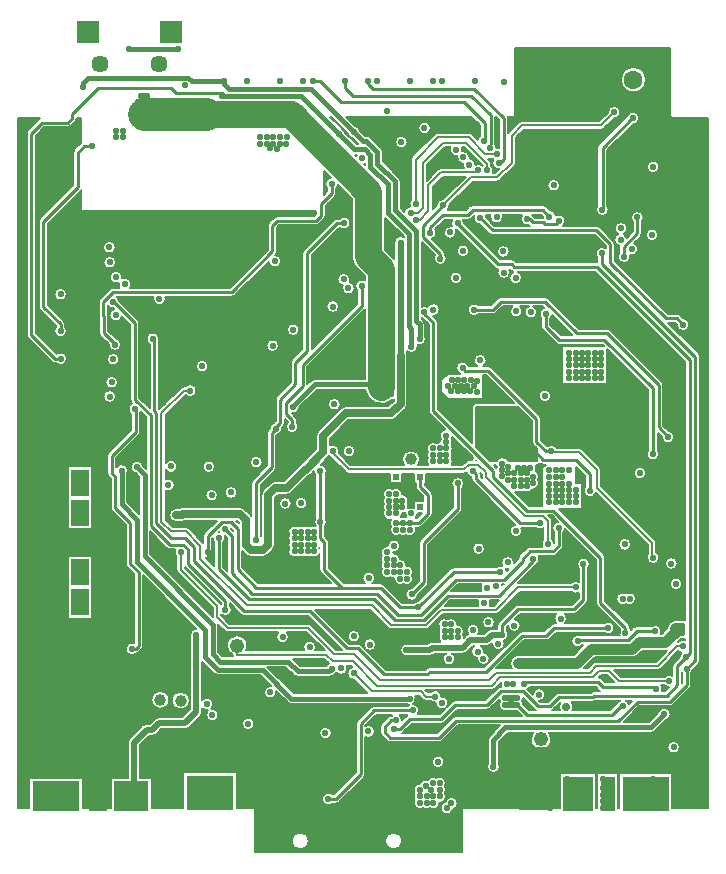
<source format=gbr>
G04 EasyPC Gerber Version 21.0.3 Build 4286 *
G04 #@! TF.Part,Single*
G04 #@! TF.FileFunction,Copper,L2,Inr *
G04 #@! TF.FilePolarity,Positive *
%FSLAX35Y35*%
%MOIN*%
G04 #@! TA.AperFunction,ComponentPad*
%ADD83R,0.05118X0.11811*%
%ADD86R,0.05906X0.09843*%
%ADD73R,0.06000X0.09055*%
%ADD85R,0.09843X0.11811*%
%ADD90R,0.01969X0.01969*%
%ADD96R,0.07480X0.07480*%
G04 #@! TD.AperFunction*
%ADD10C,0.00500*%
%ADD15C,0.00787*%
%ADD13C,0.01000*%
%ADD118C,0.01500*%
G04 #@! TA.AperFunction,ComponentPad*
%ADD93C,0.01969*%
%ADD104C,0.02000*%
G04 #@! TA.AperFunction,WasherPad*
%ADD19C,0.02165*%
G04 #@! TD.AperFunction*
%ADD17C,0.02500*%
G04 #@! TA.AperFunction,ViaPad*
%ADD122C,0.02756*%
%ADD119C,0.03150*%
G04 #@! TD.AperFunction*
%ADD120C,0.03543*%
G04 #@! TA.AperFunction,ViaPad*
%ADD121C,0.03937*%
%ADD112C,0.04800*%
G04 #@! TA.AperFunction,ComponentPad*
%ADD95C,0.05709*%
G04 #@! TD.AperFunction*
%ADD114C,0.05906*%
G04 #@! TA.AperFunction,ComponentPad*
%ADD98C,0.06299*%
%ADD99C,0.07087*%
G04 #@! TD.AperFunction*
%ADD116C,0.07874*%
%ADD115C,0.09055*%
%ADD117C,0.11024*%
G04 #@! TA.AperFunction,ViaPad*
%ADD113C,0.11811*%
G04 #@! TA.AperFunction,WasherPad*
%ADD70C,0.12992*%
G04 #@! TA.AperFunction,ComponentPad*
%ADD87R,0.11811X0.09843*%
%ADD89R,0.15748X0.09843*%
%ADD88R,0.11811X0.11811*%
%ADD84R,0.15748X0.11811*%
X0Y0D02*
D02*
D10*
X34445Y147001D02*
Y143844D01*
G75*
G02X38002Y141537I1770J-1167*
G01*
Y132237*
X42065Y128174*
Y140598*
X40875Y141788*
G75*
G02X39213Y143858I457J2070*
G01*
G75*
G02X43403Y144316I2120*
G01*
X44362Y143357*
Y160466*
X42529Y162298*
G75*
G02X42476Y162197I-1902J928*
G01*
Y155669*
G75*
G02X42025Y154581I-1538*
G01*
X34445Y147001*
G36*
Y143844*
G75*
G02X38002Y141537I1770J-1167*
G01*
Y132237*
X42065Y128174*
Y140598*
X40875Y141788*
G75*
G02X39213Y143858I457J2070*
G01*
G75*
G02X43403Y144316I2120*
G01*
X44362Y143357*
Y160466*
X42529Y162298*
G75*
G02X42476Y162197I-1902J928*
G01*
Y155669*
G75*
G02X42025Y154581I-1538*
G01*
X34445Y147001*
G37*
X45640Y122417D02*
Y114835D01*
X66516Y93959*
Y96966*
X54889Y108593*
G75*
G02X54469Y109606I1010J1014*
G01*
Y113869*
G75*
G02X54064Y116494I1431J1564*
G01*
X52199*
G75*
G02X51110Y116946J1538*
G01*
X45640Y122417*
G36*
Y114835*
X66516Y93959*
Y96966*
X54889Y108593*
G75*
G02X54469Y109606I1010J1014*
G01*
Y113869*
G75*
G02X54064Y116494I1431J1564*
G01*
X52199*
G75*
G02X51110Y116946J1538*
G01*
X45640Y122417*
G37*
X57331Y110568D02*
Y110199D01*
X68957Y98572*
G75*
G02X69244Y98163I-1010J-1014*
G01*
Y98655*
X57331Y110568*
G36*
Y110199*
X68957Y98572*
G75*
G02X69244Y98163I-1010J-1014*
G01*
Y98655*
X57331Y110568*
G37*
X66413Y117050D02*
G75*
G02X64293Y113552I-1537J-1460D01*
G01*
X67039Y110806*
Y118776*
G75*
G02X66457Y120194I1538J1460*
G01*
X66413Y120151*
Y117050*
G36*
G75*
G02X64293Y113552I-1537J-1460*
G01*
X67039Y110806*
Y118776*
G75*
G02X66457Y120194I1538J1460*
G01*
X66413Y120151*
Y117050*
G37*
X68647Y122384D02*
X68619Y122356D01*
G75*
G02X68659Y122355I-43J-2133*
G01*
G75*
G02X68647Y122384I1973J806*
G01*
G36*
X68619Y122356*
G75*
G02X68659Y122355I-43J-2133*
G01*
G75*
G02X68647Y122384I1973J806*
G01*
G37*
X69378Y94710D02*
Y94451D01*
X72162Y91667*
X98419*
G75*
G02X99433Y91246I0J-1431*
G01*
X107752Y82927*
X109775*
X98413Y94289*
X77081*
G75*
G02X75992Y94741J1538*
G01*
X72319Y98415*
Y97759*
G75*
G02X69378Y94710I-1537J-1460*
G01*
G36*
Y94451*
X72162Y91667*
X98419*
G75*
G02X99433Y91246I0J-1431*
G01*
X107752Y82927*
X109775*
X98413Y94289*
X77081*
G75*
G02X75992Y94741J1538*
G01*
X72319Y98415*
Y97759*
G75*
G02X69378Y94710I-1537J-1460*
G01*
G37*
X70114Y118776D02*
Y110598D01*
X71449Y109263*
Y120151*
X70569Y121030*
G75*
G02X70542Y121031I48J2135*
G01*
G75*
G02X70114Y118776I-1965J-795*
G01*
G36*
Y110598*
X71449Y109263*
Y120151*
X70569Y121030*
G75*
G02X70542Y121031I48J2135*
G01*
G75*
G02X70114Y118776I-1965J-795*
G01*
G37*
X73339Y122749D02*
X72734Y123353D01*
G75*
G02X72743Y123204I-2110J-203*
G01*
X73339Y122609*
Y122749*
G36*
X72734Y123353*
G75*
G02X72743Y123204I-2110J-203*
G01*
X73339Y122609*
Y122749*
G37*
X74558Y125980D02*
X74456D01*
X75344Y125092*
Y125194*
X74558Y125980*
G36*
X74456*
X75344Y125092*
Y125194*
X74558Y125980*
G37*
X76413Y115779D02*
Y110480D01*
X81733Y105159*
X105968*
X102609Y108518*
G75*
G02X102157Y109606I1086J1089*
G01*
Y114789*
G75*
G02X99241Y113995I-1848J1038*
G01*
G75*
G02X97115Y113989I-1068J1831*
G01*
G75*
G02X94955Y114016I-1058J1837*
G01*
G75*
G02X92018Y116890I-1102J1811*
G01*
G75*
G02X92033Y119041I1835J1063*
G01*
G75*
G02X92027Y121206I1820J1088*
G01*
G75*
G02X94955Y124094I1826J1078*
G01*
G75*
G02X97115Y124121I1102J-1811*
G01*
G75*
G02X99308Y124074I1057J-1837*
G01*
G75*
G02X100938Y124230I1001J-1869*
G01*
G75*
G02X100799Y126943I1556J1440*
G01*
Y141250*
G75*
G02X100317Y142520I1636J1348*
G01*
X99171Y141376*
G75*
G02X98317Y140836I-1619J1617*
G01*
X92793Y135313*
G75*
G02X91175Y134642I-1619J1617*
G01*
X88422*
X87321Y133541*
Y117953*
G75*
G02X86650Y116335I-2287J0*
G01*
X84919Y114604*
G75*
G02X83301Y113933I-1619J1617*
G01*
X79207*
G75*
G02X77589Y114604I0J2287*
G01*
X76413Y115779*
X93937Y131890D02*
G75*
G02X98177I2120D01*
G01*
G75*
G02X93937I-2120*
G01*
X88661Y131732D02*
G75*
G02X92902I2120D01*
G01*
G75*
G02X88661I-2120*
G01*
X100799Y131890D02*
G36*
X98177D01*
G75*
G02X93937I-2120*
G01*
X92896*
G75*
G02X92902Y131732I-2115J-158*
G01*
G75*
G02X88661I-2120*
G01*
G75*
G02X88667Y131890I2120J-1*
G01*
X87321*
Y117953*
G75*
G02X86650Y116335I-2287*
G01*
X84919Y114604*
G75*
G02X83301Y113933I-1618J1616*
G01*
X79207*
G75*
G02X77589Y114604J2287*
G01*
X76663Y115529*
Y110230*
X81483Y105409*
X105718*
X102609Y108518*
G75*
G02X102157Y109606I1085J1088*
G01*
Y109606*
Y114789*
G75*
G02X99241Y113995I-1849J1039*
G01*
G75*
G02X97115Y113989I-1068J1832*
G01*
G75*
G02X94955Y114016I-1058J1837*
G01*
G75*
G02X91732Y115827I-1102J1811*
G01*
G75*
G02X92018Y116890I2120*
G01*
G75*
G02X91732Y117953I1833J1063*
G01*
G75*
G02X92033Y119041I2119*
G01*
G75*
G02X91732Y120128I1819J1088*
G01*
G75*
G02X92027Y121206I2119*
G01*
G75*
G02X91732Y122284I1826J1078*
G01*
G75*
G02X94955Y124094I2120*
G01*
G75*
G02X97115Y124121I1102J-1811*
G01*
G75*
G02X99308Y124074I1057J-1836*
G01*
G75*
G02X100938Y124230I1001J-1868*
G01*
G75*
G02X100374Y125669I1555J1440*
G01*
G75*
G02X100799Y126943I2120*
G01*
Y131890*
G37*
X100341Y142270D02*
G36*
X100067D01*
X99171Y141376*
G75*
G02X98317Y140836I-1616J1612*
G01*
X92793Y135313*
G75*
G02X91175Y134642I-1618J1616*
G01*
X88422*
X87321Y133541*
Y131890*
X88667*
G75*
G02X92896I2114J-157*
G01*
X93937*
G75*
G02X98177I2120*
G01*
X100799*
Y141250*
G75*
G02X100341Y142270I1634J1348*
G01*
G37*
X87537Y214659D02*
X87472Y214595D01*
G75*
G02X89437Y212480I-155J-2115*
G01*
G75*
G02X85202Y212326I-2120*
G01*
X73996Y201119*
G75*
G02X72907Y200667I-1089J1086*
G01*
X50798*
G75*
G02X50933Y199921I-1985J-746*
G01*
G75*
G02X46693I-2120*
G01*
G75*
G02X46828Y200667I2120J0*
G01*
X34547*
G75*
G02X35483Y199166I-1167J-1770*
G01*
X41710Y192939*
G75*
G02X42161Y191850I-1086J-1089*
G01*
Y167015*
X45622Y163554*
Y184816*
G75*
G02X44488Y186693I986J1877*
G01*
G75*
G02X48729I2120*
G01*
G75*
G02X48628Y186046I-2120J1*
G01*
G75*
G02X48697Y185591I-1469J-456*
G01*
Y163157*
X48731Y163123*
X55989Y170380*
G75*
G02X57002Y170801I1014J-1010*
G01*
X57485*
G75*
G02X61169Y169370I1564J-1431*
G01*
G75*
G02X57539Y167883I-2120*
G01*
X50874Y161218*
Y145219*
G75*
G02X54791Y144094I1797J-1124*
G01*
G75*
G02X50874Y142970I-2120*
G01*
Y139779*
G75*
G02X53925Y137874I931J-1905*
G01*
G75*
G02X50874Y135969I-2120*
G01*
Y126262*
X53264Y123872*
X57553*
G75*
G02X58567Y123451I0J-1431*
G01*
X63339Y118680*
Y120787*
G75*
G02X63790Y121876I1538*
G01*
X67895Y125980*
X57498*
G75*
G02X56209Y125587I-1283J1894*
G01*
X54325*
G75*
G02Y130161J2287*
G01*
X55325*
G75*
G02X56613Y130555I1283J-1894*
G01*
X75506*
G75*
G02X77124Y129884I0J-2287*
G01*
X79248Y127760*
G75*
G02X79480Y127489I-1618J-1620*
G01*
Y138583*
G75*
G02X79932Y139671I1538*
G01*
X84677Y144417*
Y155276*
G75*
G02X85129Y156364I1538*
G01*
X85513Y156748*
G75*
G02X87122Y158751I2119J-55*
G01*
X87512Y159141*
Y166378*
G75*
G02X87963Y167467I1538*
G01*
X92630Y172133*
Y178740*
G75*
G02X93081Y179829I1538*
G01*
X96488Y183235*
Y215197*
G75*
G02X96940Y216285I1538*
G01*
X106937Y226283*
G75*
G02X108026Y226734I1089J-1086*
G01*
X108928*
G75*
G02X112508Y225197I1460J-1537*
G01*
G75*
G02X108928Y223659I-2120*
G01*
X108663*
X99563Y214560*
Y183161*
X114677Y198275*
Y202802*
G75*
G02X117264Y206104I1537J1460*
G01*
Y207459*
X114567Y210156*
G75*
G02X112933Y214094I3931J3939*
G01*
Y233285*
X108305Y237914*
G75*
G02X107752Y236808I-2091J354*
G01*
Y235118*
G75*
G02X107300Y234030I-1538*
G01*
X104209Y230938*
Y227717*
G75*
G02X103757Y226628I-1538*
G01*
X102028Y224898*
G75*
G02X100939Y224447I-1089J1086*
G01*
X88741*
X87988Y223694*
Y215748*
G75*
G02X87537Y214659I-1538*
G01*
X91260Y189685D02*
G75*
G02X95500I2120D01*
G01*
G75*
G02X91260I-2120*
G01*
X78976Y145512D02*
G75*
G02X83217I2120D01*
G01*
G75*
G02X78976I-2120*
G01*
X84409Y184331D02*
G75*
G02X88650I2120D01*
G01*
G75*
G02X84409I-2120*
G01*
X60935Y177490D02*
G75*
G02X65175I2120D01*
G01*
G75*
G02X60935I-2120*
G01*
X63150Y144016D02*
G75*
G02X67390I2120D01*
G01*
G75*
G02X63150I-2120*
G01*
X64094Y134488D02*
G75*
G02X68335I2120D01*
G01*
G75*
G02X64094I-2120*
G01*
X70551Y135433D02*
G75*
G02X74791I2120D01*
G01*
G75*
G02X70551I-2120*
G01*
X104488Y197402D02*
G75*
G02X108728I2120D01*
G01*
G75*
G02X104488I-2120*
G01*
X112150Y205556D02*
G75*
G02X113925Y203465I-344J-2092D01*
G01*
G75*
G02X109685I-2120*
G01*
G75*
G02X109886Y204365I2120J0*
G01*
G75*
G02X108110Y206457I344J2092*
G01*
G75*
G02X112350I2120*
G01*
G75*
G02X112150Y205556I-2120J0*
G01*
X79480Y134488D02*
G36*
X74569D01*
G75*
G02X70773I-1898J945*
G01*
X68335*
G75*
G02X64094I-2120*
G01*
X50874*
Y126262*
X53264Y123872*
X57553*
G75*
G02X58567Y123451J-1430*
G01*
X63089Y118930*
X63339*
Y120787*
Y120788*
G75*
G02X63790Y121876I1537*
G01*
X67895Y125980*
X57498*
G75*
G02X56209Y125587I-1284J1897*
G01*
X54325*
G75*
G02X52037Y127874J2287*
G01*
G75*
G02X54325Y130161I2287*
G01*
X55325*
G75*
G02X56613Y130555I1284J-1897*
G01*
X75506*
G75*
G02X77124Y129884J-2287*
G01*
X79248Y127760*
G75*
G02X79480Y127489I-1643J-1641*
G01*
Y134488*
G37*
X84677Y145512D02*
G36*
X83217D01*
G75*
G02X78976I-2120*
G01*
X66772*
G75*
G02X67390Y144016I-1502J-1496*
G01*
G75*
G02X63150I-2120*
G01*
G75*
G02X63767Y145512I2120J0*
G01*
X54248*
G75*
G02X54791Y144094I-1577J-1417*
G01*
G75*
G02X50874Y142970I-2120*
G01*
Y139779*
G75*
G02X53925Y137874I931J-1905*
G01*
G75*
G02X50874Y135969I-2120*
G01*
Y134488*
X64094*
G75*
G02X68335I2120*
G01*
X70773*
G75*
G02X70551Y135433I1898J944*
G01*
G75*
G02X74791I2120*
G01*
G75*
G02X74569Y134488I-2120J0*
G01*
X79480*
Y138583*
Y138583*
G75*
G02X79932Y139671I1537*
G01*
X84677Y144417*
Y145512*
G37*
X51094D02*
G36*
X50874D01*
Y145219*
G75*
G02X51094Y145512I1797J-1123*
G01*
G37*
X92630Y177490D02*
G36*
X65175D01*
G75*
G02X60935I-2120*
G01*
X48697*
Y163157*
X48731Y163123*
X55989Y170380*
G75*
G02X57002Y170801I1013J-1009*
G01*
X57485*
G75*
G02X61169Y169370I1564J-1431*
G01*
Y169370*
G75*
G02X57539Y167883I-2120*
G01*
X50874Y161218*
Y145512*
X51094*
G75*
G02X54248I1577J-1417*
G01*
X63767*
G75*
G02X66772I1502J-1496*
G01*
X78976*
G75*
G02X83217I2120*
G01*
X84677*
Y155276*
Y155276*
G75*
G02X85129Y156364I1537*
G01*
X85513Y156748*
G75*
G02X87122Y158751I2119J-54*
G01*
X87512Y159141*
Y166378*
Y166378*
G75*
G02X87963Y167467I1537*
G01*
X92630Y172133*
Y177490*
G37*
X45622D02*
G36*
X42161D01*
Y167015*
X45622Y163554*
Y177490*
G37*
Y184331D02*
G36*
X42161D01*
Y177490*
X45622*
Y184331*
G37*
X92630Y177490D02*
G36*
Y178740D01*
Y178741*
G75*
G02X93081Y179829I1537*
G01*
X96488Y183235*
Y184331*
X88650*
G75*
G02X84409I-2120*
G01*
X48697*
Y177490*
X60935*
G75*
G02X65175I2120*
G01*
X92630*
G37*
X100733Y184331D02*
G36*
X99563D01*
Y183161*
X100733Y184331*
G37*
X96488Y189685D02*
G36*
X95500D01*
G75*
G02X91260I-2120*
G01*
X42161*
Y184331*
X45622*
Y184816*
G75*
G02X44488Y186693I986J1877*
G01*
G75*
G02X48729I2120*
G01*
G75*
G02X48628Y186046I-2128J2*
G01*
G75*
G02X48697Y185592I-1455J-454*
G01*
G75*
G02Y185591I-1556J-1*
G01*
Y184331*
X84409*
G75*
G02X88650I2120*
G01*
X96488*
Y189685*
G37*
X106087D02*
G36*
X99563D01*
Y184331*
X100733*
X106087Y189685*
G37*
X96488Y197402D02*
G36*
X37247D01*
X41710Y192939*
G75*
G02X42161Y191851I-1085J-1088*
G01*
Y191850*
Y189685*
X91260*
G75*
G02X95500I2120*
G01*
X96488*
Y197402*
G37*
X113804D02*
G36*
X108728D01*
G75*
G02X104488I-2120*
G01*
X99563*
Y189685*
X106087*
X113804Y197402*
G37*
X96488Y204961D02*
G36*
X77838D01*
X73996Y201119*
G75*
G02X72907Y200667I-1088J1085*
G01*
X50798*
G75*
G02X50933Y199921I-1994J-747*
G01*
G75*
G02X46693I-2120*
G01*
G75*
G02X46828Y200667I2130J-1*
G01*
X34797*
Y200474*
G75*
G02X35483Y199166I-1418J-1577*
G01*
X37247Y197402*
X96488*
Y204961*
G37*
X114213D02*
G36*
X113307D01*
G75*
G02X113925Y203465I-1502J-1497*
G01*
G75*
G02X109685I-2120*
G01*
Y203465*
G75*
G02X109886Y204365I2117*
G01*
G75*
G02X108729Y204961I345J2092*
G01*
X99563*
Y197402*
X104488*
G75*
G02X108728I2120*
G01*
X113804*
X114677Y198275*
Y202802*
G75*
G02X114094Y204261I1537J1460*
G01*
G75*
G02X114213Y204961I2120J0*
G01*
G37*
X117014Y207709D02*
G36*
X114567Y210156D01*
G75*
G02X112933Y214094I3930J3938*
G01*
Y233285*
X108555Y237664*
X108246*
G75*
G02X107752Y236808I-2035J605*
G01*
Y235118*
Y235118*
G75*
G02X107300Y234030I-1537*
G01*
X104209Y230938*
Y227717*
Y227716*
G75*
G02X103757Y226628I-1537*
G01*
X102028Y224898*
G75*
G02X100939Y224447I-1088J1085*
G01*
X88741*
X87988Y223694*
Y215748*
Y215748*
G75*
G02X87537Y214659I-1537*
G01*
X87472Y214595*
G75*
G02X89437Y212480I-156J-2115*
G01*
G75*
G02X85202Y212326I-2120J0*
G01*
X77838Y204961*
X96488*
Y215197*
Y215197*
G75*
G02X96940Y216285I1537*
G01*
X106937Y226283*
G75*
G02X108026Y226734I1088J-1085*
G01*
X108928*
G75*
G02X112508Y225197I1460J-1537*
G01*
G75*
G02X108928Y223659I-2120*
G01*
X108663*
X99563Y214560*
Y204961*
X108729*
G75*
G02X108110Y206457I1502J1497*
G01*
G75*
G02X112350I2120*
G01*
Y206456*
G75*
G02X112150Y205556I-2117*
G01*
G75*
G02X113307Y204961I-345J-2092*
G01*
X114213*
G75*
G02X117014Y206225I2001J-699*
G01*
Y207709*
G37*
X95419Y163763D02*
G75*
G02X93008Y161759I-2118J95D01*
G01*
X94151Y160616*
G75*
G02X94602Y159528I-1086J-1089*
G01*
Y158783*
G75*
G02X95185Y157323I-1537J-1460*
G01*
G75*
G02X90945I-2120*
G01*
G75*
G02X91528Y158783I2120*
G01*
Y158891*
X90587Y159832*
Y158504*
G75*
G02X90135Y157415I-1538*
G01*
X89728Y157009*
G75*
G02X89752Y156693I-2095J-315*
G01*
G75*
G02X87752Y154576I-2120*
G01*
Y143780*
G75*
G02X87300Y142691I-1538*
G01*
X82555Y137946*
Y121066*
G75*
G02X82746Y120834I-1537J-1460*
G01*
Y134488*
G75*
G02X83417Y136106I2287J0*
G01*
X85856Y138546*
G75*
G02X87474Y139217I1619J-1617*
G01*
X90228*
X95621Y144609*
G75*
G02X96397Y145119I1618J-1617*
G01*
G75*
G02X96474Y145148I847J-2126*
G01*
X101093Y149767*
Y154331*
G75*
G02X101763Y155949I2287J0*
G01*
X109242Y163428*
G75*
G02X110860Y164098I1619J-1617*
G01*
X125109*
X126919Y165908*
Y166368*
G75*
G02X126377Y166185I-941J1900*
G01*
G75*
G02X117328Y169630I-3548J4287*
G01*
X101286*
X95419Y163763*
X104961Y164803D02*
G75*
G02X109201I2120D01*
G01*
G75*
G02X104961I-2120*
G01*
X125814D02*
G36*
X109201D01*
G75*
G02X104961I-2120*
G01*
X96459*
X95419Y163763*
G75*
G02X93008Y161759I-2118J95*
G01*
X94151Y160616*
G75*
G02X94602Y159528I-1085J-1088*
G01*
Y159528*
Y158783*
G75*
G02X95185Y157323I-1539J-1461*
G01*
G75*
G02X90945I-2120*
G01*
G75*
G02X91528Y158783I2122J-1*
G01*
Y158891*
X90587Y159832*
Y158504*
Y158504*
G75*
G02X90135Y157415I-1537*
G01*
X89728Y157009*
G75*
G02X89752Y156693I-2098J-316*
G01*
G75*
G02X87752Y154576I-2120J0*
G01*
Y143780*
Y143779*
G75*
G02X87300Y142691I-1537*
G01*
X82805Y138196*
Y135005*
G75*
G02X83417Y136106I2228J-517*
G01*
X85856Y138546*
G75*
G02X87474Y139217I1618J-1616*
G01*
X90228*
X95621Y144609*
G75*
G02X96397Y145119I1617J-1616*
G01*
G75*
G02X96474Y145148I854J-2146*
G01*
X101093Y149767*
Y154331*
G75*
G02X101763Y155949I2287*
G01*
X109242Y163428*
G75*
G02X110860Y164098I1618J-1616*
G01*
X125109*
X125814Y164803*
G37*
X96459D02*
G36*
X104961D01*
G75*
G02X109201I2120*
G01*
X125814*
X126669Y165658*
Y166263*
G75*
G02X126377Y166185I-694J2013*
G01*
G75*
G02X117372Y169380I-3548J4287*
G01*
X101036*
X96459Y164803*
G37*
X97826Y88805D02*
X91271D01*
G75*
G02X91957Y87244I-1435J-1561*
G01*
G75*
G02X87717I-2120*
G01*
G75*
G02X88402Y88805I2120*
G01*
X71569*
G75*
G02X70556Y89226I0J1431*
G01*
X68395Y91386*
G75*
G02X68396Y91339I-1788J-54*
G01*
Y82237*
X69790Y80843*
X73376*
G75*
G02X73289Y81283I1342J495*
G01*
G75*
G02X71281Y84409I1430J3126*
G01*
G75*
G02X78156I3437*
G01*
G75*
G02X77740Y82770I-3437J0*
G01*
X97122*
G75*
G02X96772Y83937I1770J1167*
G01*
G75*
G02X101012I2120*
G01*
G75*
G02X100661Y82770I-2120*
G01*
X103862*
X97826Y88805*
G36*
X91271*
G75*
G02X91957Y87244I-1435J-1561*
G01*
G75*
G02X87717I-2120*
G01*
G75*
G02X88402Y88805I2120*
G01*
X71569*
G75*
G02X70556Y89226I0J1431*
G01*
X68395Y91386*
G75*
G02X68396Y91339I-1788J-54*
G01*
Y82237*
X69790Y80843*
X73376*
G75*
G02X73289Y81283I1342J495*
G01*
G75*
G02X71281Y84409I1430J3126*
G01*
G75*
G02X78156I3437*
G01*
G75*
G02X77740Y82770I-3437J0*
G01*
X97122*
G75*
G02X96772Y83937I1770J1167*
G01*
G75*
G02X101012I2120*
G01*
G75*
G02X100661Y82770I-2120*
G01*
X103862*
X97826Y88805*
G37*
X98067Y177316D02*
Y171467D01*
X99279Y172679*
G75*
G02X100545Y173205I1266J-1262*
G01*
X117264*
Y196513*
X98067Y177316*
G36*
Y171467*
X99279Y172679*
G75*
G02X100545Y173205I1266J-1262*
G01*
X117264*
Y196513*
X98067Y177316*
G37*
X101134Y229213D02*
X22750D01*
Y236181*
G75*
G02X22655Y236077I-1182J984*
G01*
X11610Y225033*
Y197881*
X16946Y192545*
G75*
G02X17398Y191457I-1086J-1089*
G01*
Y190712*
G75*
G02X17980Y189252I-1537J-1460*
G01*
G75*
G02X13740I-2120*
G01*
G75*
G02X14323Y190712I2120*
G01*
Y190820*
X8987Y196156*
G75*
G02X8535Y197244I1086J1089*
G01*
Y225669*
G75*
G02X8987Y226758I1538*
G01*
X20031Y237802*
Y248740*
G75*
G02X20483Y249829I1538*
G01*
X22606Y251952*
G75*
G02X22750Y252079I1087J-1087*
G01*
Y260118*
X21322*
G75*
G02X20883Y259226I-1525J197*
G01*
X19311Y257654*
G75*
G02X18222Y257203I-1089J1086*
G01*
X10434*
X7594Y254363*
Y188708*
X14598Y181704*
G75*
G02X17980Y180000I1262J-1704*
G01*
G75*
G02X14400Y178463I-2120*
G01*
X14128*
G75*
G02X13039Y178914J1538*
G01*
X4971Y186982*
G75*
G02X4520Y188071I1086J1089*
G01*
Y255000*
G75*
G02X4971Y256089I1538*
G01*
X8709Y259826*
G75*
G02X9115Y260118I1089J-1086*
G01*
X1687*
Y30205*
X5433*
Y40093*
X23256*
Y30205*
X32539*
Y40093*
X38209*
Y51969*
G75*
G02X38803Y53400I2022*
G01*
X43130Y57727*
G75*
G02X44561Y58321I1431J-1428*
G01*
X45613*
X47224Y59931*
G75*
G02X48656Y60526I1431J-1428*
G01*
X56401*
X59075Y63200*
Y87314*
G75*
G02X61094Y90073I2022J639*
G01*
X43421Y107746*
Y84173*
G75*
G02X42970Y83085I-1538*
G01*
X42106Y82221*
G75*
G02X41144Y81775I-1089J1086*
G01*
G75*
G02X37559Y83307I-1465J1532*
G01*
G75*
G02X40346Y85319I2120*
G01*
Y108182*
X37963Y110565*
G75*
G02X37512Y111654I1086J1089*
G01*
Y124639*
X33003Y129148*
G75*
G02X32551Y130236I1086J1089*
G01*
Y140072*
X31822Y140801*
G75*
G02X31370Y141890I1086J1089*
G01*
Y147638*
G75*
G02X31822Y148726I1538*
G01*
X39402Y156306*
Y161496*
G75*
G02X39694Y165133I1222J1732*
G01*
X39538Y165289*
G75*
G02X39087Y166378I1086J1089*
G01*
Y191214*
X36307Y193993*
G75*
G02X32126Y194488I-2061J495*
G01*
G75*
G02X33751Y196550I2120*
G01*
X33518Y196782*
G75*
G02X31610Y197730I-138J2116*
G01*
Y194812*
G75*
G02X31768Y194134I-1380J-678*
G01*
Y189298*
X34239Y186828*
G75*
G02X36091Y184724I-268J-2103*
G01*
G75*
G02X31850I-2120*
G01*
G75*
G02X31855Y184863I2120J3*
G01*
X29144Y187573*
G75*
G02X28693Y188661I1086J1089*
G01*
Y193613*
G75*
G02X28535Y194291I1380J678*
G01*
Y198937*
G75*
G02X28987Y200026I1538*
G01*
X32252Y203291*
G75*
G02X33341Y203742I1089J-1086*
G01*
X35481*
G75*
G02X35241Y205235I1836J1061*
G01*
G75*
G02X32244Y207165I-877J1930*
G01*
G75*
G02X36484I2120*
G01*
G75*
G02X36440Y206733I-2121*
G01*
G75*
G02X39152Y203742I877J-1930*
G01*
X72271*
X84913Y216385*
Y224331*
G75*
G02X85365Y225419I1538*
G01*
X87016Y227070*
G75*
G02X88104Y227522I1089J-1086*
G01*
X100302*
X101134Y228354*
Y229213*
X30000Y217146D02*
G75*
G02X34240I2120D01*
G01*
G75*
G02X30000I-2120*
G01*
X30157Y212126D02*
G75*
G02X34398I2120D01*
G01*
G75*
G02X30157I-2120*
G01*
X13740Y201457D02*
G75*
G02X17980I2120D01*
G01*
G75*
G02X13740I-2120*
G01*
X18417Y114404D02*
X26492D01*
Y93352*
X18417*
Y114404*
Y144246D02*
X26492D01*
Y123175*
X18417*
Y144246*
X46122Y66299D02*
G75*
G02X52134I3006D01*
G01*
G75*
G02X46122I-3006*
G01*
X52894Y66063D02*
G75*
G02X58906I3006D01*
G01*
G75*
G02X52894I-3006*
G01*
X30079Y167402D02*
G75*
G02X34319I2120D01*
G01*
G75*
G02X30079I-2120*
G01*
X30787Y172126D02*
G75*
G02X35028I2120D01*
G01*
G75*
G02X30787I-2120*
G01*
X31260Y179803D02*
G75*
G02X35500I2120D01*
G01*
G75*
G02X31260I-2120*
G01*
X59075Y66299D02*
G36*
X58896D01*
G75*
G02X58906Y66063I-2997J-238*
G01*
G75*
G02X52894I-3006*
G01*
G75*
G02X52903Y66299I3006J-2*
G01*
X52134*
G75*
G02X46122I-3006*
G01*
X1937*
Y30455*
X5433*
Y40093*
X23256*
Y30455*
X32539*
Y40093*
X38209*
Y51969*
G75*
G02X38803Y53400I2022*
G01*
X43130Y57727*
G75*
G02X44561Y58321I1431J-1427*
G01*
X45613*
X47224Y59931*
G75*
G02X48656Y60526I1431J-1427*
G01*
X56401*
X59075Y63200*
Y66299*
G37*
X40346Y103878D02*
G36*
X26492D01*
Y93352*
X18417*
Y103878*
X1937*
Y66299*
X46122*
G75*
G02X52134I3006*
G01*
X52903*
G75*
G02X58896I2996J-236*
G01*
X59075*
Y87314*
G75*
G02X58976Y87953I2022J639*
G01*
G75*
G02X61094Y90073I2120*
G01*
X47289Y103878*
X43421*
Y84173*
Y84173*
G75*
G02X42970Y83085I-1537*
G01*
X42106Y82221*
G75*
G02X41144Y81775I-1090J1088*
G01*
G75*
G02X37559Y83307I-1465J1532*
G01*
G75*
G02X40346Y85319I2120*
G01*
Y103878*
G37*
X32551Y133711D02*
G36*
X26492D01*
Y123175*
X18417*
Y133711*
X1937*
Y103878*
X18417*
Y114404*
X26492*
Y103878*
X40346*
Y108182*
X37963Y110565*
G75*
G02X37512Y111653I1085J1088*
G01*
Y111654*
Y124639*
X33003Y129148*
G75*
G02X32551Y130236I1085J1088*
G01*
Y130236*
Y133711*
G37*
X47289Y103878D02*
G36*
X43421Y107746D01*
Y103878*
X47289*
G37*
X39087Y167402D02*
G36*
X34319D01*
G75*
G02X30079I-2120*
G01*
X1937*
Y133711*
X18417*
Y144246*
X26492*
Y133711*
X32551*
Y140072*
X31822Y140801*
G75*
G02X31370Y141889I1085J1088*
G01*
Y141890*
Y147638*
Y147638*
G75*
G02X31822Y148726I1537*
G01*
X39402Y156306*
Y161496*
G75*
G02X38504Y163228I1222J1732*
G01*
G75*
G02X39694Y165133I2120*
G01*
X39538Y165289*
G75*
G02X39087Y166378I1085J1088*
G01*
Y166378*
Y167402*
G37*
Y172126D02*
G36*
X35028D01*
G75*
G02X30787I-2120*
G01*
X1937*
Y167402*
X30079*
G75*
G02X34319I2120*
G01*
X39087*
Y172126*
G37*
Y179803D02*
G36*
X35500D01*
G75*
G02X31260I-2120*
G01*
X17971*
G75*
G02X14400Y178463I-2111J197*
G01*
X14128*
G75*
G02X13039Y178914I0J1537*
G01*
X12150Y179803*
X1937*
Y172126*
X30787*
G75*
G02X35028I2120*
G01*
X39087*
Y179803*
G37*
X12150D02*
G36*
X4971Y186982D01*
G75*
G02X4520Y188070I1085J1088*
G01*
Y188071*
Y201457*
X1937*
Y179803*
X12150*
G37*
X30418Y201457D02*
G36*
X17980D01*
G75*
G02X13740I-2120*
G01*
X11610*
Y197881*
X16946Y192545*
G75*
G02X17398Y191457I-1085J-1088*
G01*
Y191457*
Y190712*
G75*
G02X17980Y189252I-1539J-1461*
G01*
G75*
G02X13740I-2120*
G01*
G75*
G02X14323Y190712I2122J-1*
G01*
Y190820*
X8987Y196156*
G75*
G02X8535Y197244I1085J1088*
G01*
Y197244*
Y201457*
X7594*
Y188708*
X14598Y181704*
G75*
G02X17980Y180000I1262J-1704*
G01*
G75*
G02X17971Y179803I-2120J-1*
G01*
X31260*
G75*
G02X35500I2120*
G01*
X39087*
Y191214*
X36307Y193993*
G75*
G02X32126Y194488I-2061J496*
G01*
G75*
G02X33751Y196550I2121J0*
G01*
X33518Y196782*
G75*
G02X31610Y197730I-138J2116*
G01*
Y194812*
G75*
G02X31768Y194135I-1376J-677*
G01*
G75*
G02Y194134I-1650J0*
G01*
Y189298*
X34239Y186828*
G75*
G02X36091Y184724I-269J-2104*
G01*
G75*
G02X31850I-2120*
G01*
G75*
G02X31855Y184863I2415J-7*
G01*
X29144Y187573*
G75*
G02X28693Y188661I1085J1088*
G01*
Y188661*
Y193613*
G75*
G02X28535Y194290I1376J677*
G01*
G75*
G02Y194291I1650J1*
G01*
Y198937*
Y198937*
G75*
G02X28987Y200026I1537*
G01*
X30418Y201457*
G37*
X4520Y212126D02*
G36*
X1937D01*
Y201457*
X4520*
Y212126*
G37*
X8535D02*
G36*
X7594D01*
Y201457*
X8535*
Y212126*
G37*
X80654D02*
G36*
X34398D01*
G75*
G02X30157I-2120*
G01*
X11610*
Y201457*
X13740*
G75*
G02X17980I2120*
G01*
X30418*
X32252Y203291*
G75*
G02X33341Y203742I1088J-1085*
G01*
X35481*
G75*
G02X35197Y204803I1834J1061*
G01*
G75*
G02X35241Y205235I2118J0*
G01*
G75*
G02X32244Y207165I-877J1930*
G01*
G75*
G02X36484I2120*
G01*
G75*
G02Y207163I-1991J-1*
G01*
G75*
G02X36440Y206733I-2099*
G01*
G75*
G02X39437Y204803I877J-1930*
G01*
G75*
G02X39152Y203742I-2120*
G01*
X72271*
X80654Y212126*
G37*
X4520Y217146D02*
G36*
X1937D01*
Y212126*
X4520*
Y217146*
G37*
X8535D02*
G36*
X7594D01*
Y212126*
X8535*
Y217146*
G37*
X84913D02*
G36*
X34240D01*
G75*
G02X30000I-2120*
G01*
X11610*
Y212126*
X30157*
G75*
G02X34398I2120*
G01*
X80654*
X84913Y216385*
Y217146*
G37*
X8752Y259868D02*
G36*
X1937D01*
Y217146*
X4520*
Y255000*
Y255000*
G75*
G02X4971Y256089I1537*
G01*
X8709Y259826*
G75*
G02X8752Y259868I1093J-1090*
G01*
G37*
X22750D02*
G36*
X21269D01*
G75*
G02X20883Y259226I-1469J446*
G01*
X19311Y257654*
G75*
G02X18222Y257203I-1088J1085*
G01*
X10434*
X7594Y254363*
Y217146*
X8535*
Y225669*
Y225670*
G75*
G02X8987Y226758I1537*
G01*
X20031Y237802*
Y248740*
Y248741*
G75*
G02X20483Y249829I1537*
G01*
X22606Y251952*
G75*
G02X22750Y252079I1019J-1010*
G01*
Y259868*
G37*
X100884Y229213D02*
G36*
X22750D01*
Y236181*
G75*
G02X22655Y236077I-1247J1043*
G01*
X11610Y225033*
Y217146*
X30000*
G75*
G02X34240I2120*
G01*
X84913*
Y224331*
Y224331*
G75*
G02X85365Y225419I1537*
G01*
X87016Y227070*
G75*
G02X88104Y227522I1088J-1085*
G01*
X100302*
X100884Y228104*
Y229213*
G37*
X102157Y116915D02*
G75*
G02X102143Y116890I-1857J1045D01*
G01*
G75*
G02X102157Y116865I-1843J-1070*
G01*
Y116915*
G36*
G75*
G02X102143Y116890I-1857J1045*
G01*
G75*
G02X102157Y116865I-1843J-1070*
G01*
Y116915*
G37*
X103656Y242563D02*
Y234733D01*
X104677Y235755*
Y236808*
G75*
G02X105861Y240358I1537J1460*
G01*
X103656Y242563*
G36*
Y234733*
X104677Y235755*
Y236808*
G75*
G02X105861Y240358I1537J1460*
G01*
X103656Y242563*
G37*
X103811Y79907D02*
X93244D01*
X95617Y77535*
X104347*
G75*
G02X105205Y78513I1947J-843*
G01*
X103811Y79907*
G36*
X93244*
X95617Y77535*
X104347*
G75*
G02X105205Y78513I1947J-843*
G01*
X103811Y79907*
G37*
X105891Y260709D02*
X105579D01*
X109513Y256775*
G75*
G02X110804Y255261I-778J-1972*
G01*
X114514Y251551*
X115049*
X113133Y253468*
G75*
G02X111651Y254950I563J2044*
G01*
X105891Y260709*
G36*
X105579*
X109513Y256775*
G75*
G02X110804Y255261I-778J-1972*
G01*
X114514Y251551*
X115049*
X113133Y253468*
G75*
G02X111651Y254950I563J2044*
G01*
X105891Y260709*
G37*
X112630Y77703D02*
X111348D01*
G75*
G02X107904Y75313I-1905J-931*
G01*
G75*
G02X106750Y74622I-1611J1379*
G01*
X106612Y74484*
G75*
G02X105345Y73961I-1264J1264*
G01*
X94879*
G75*
G02X93612Y74484I-3J1787*
G01*
X90828Y77268*
X84782*
X93569Y68480*
X118151*
X113631Y73000*
G75*
G02X113133Y77199I-94J2118*
G01*
X112630Y77703*
G36*
X111348*
G75*
G02X107904Y75313I-1905J-931*
G01*
G75*
G02X106750Y74622I-1611J1379*
G01*
X106612Y74484*
G75*
G02X105345Y73961I-1264J1264*
G01*
X94879*
G75*
G02X93612Y74484I-3J1787*
G01*
X90828Y77268*
X84782*
X93569Y68480*
X118151*
X113631Y73000*
G75*
G02X113133Y77199I-94J2118*
G01*
X112630Y77703*
G37*
X114529Y247976D02*
X113982D01*
X114360Y247598*
G75*
G02X114529Y247976I2011J-670*
G01*
G36*
X113982*
X114360Y247598*
G75*
G02X114529Y247976I2011J-670*
G01*
G37*
X117262Y245005D02*
G75*
G02X117041Y244917I-890J1923D01*
G01*
X117262Y244697*
Y245005*
G36*
G75*
G02X117041Y244917I-890J1923*
G01*
X117262Y244697*
Y245005*
G37*
X118929Y96364D02*
X100686D01*
X112048Y85002*
X115033*
G75*
G02X116122Y84550J-1538*
G01*
X124332Y76341*
X137468*
X137882Y76755*
G75*
G02X138970Y77207I1089J-1086*
G01*
X157153*
X168669Y88724*
G75*
G02X169758Y89175I1089J-1086*
G01*
X177153*
X179299Y91322*
G75*
G02X180388Y91774I1089J-1086*
G01*
X181137*
G75*
G02X181050Y94919I1377J1612*
G01*
X168978*
X167198Y93141*
G75*
G02X169201Y91024I-118J-2117*
G01*
G75*
G02X164964Y90906I-2120*
G01*
X164524Y90466*
Y89491*
G75*
G02X163644Y86016I-1537J-1460*
G01*
G75*
G02X163925Y84961I-1839J-1056*
G01*
G75*
G02X159685I-2120*
G01*
G75*
G02X159690Y85104I2118J2*
G01*
X159378Y84793*
G75*
G02X157947Y84199I-1431J1428*
G01*
X155896*
G75*
G02X156957Y82362I-1059J-1837*
G01*
G75*
G02X156942Y82116I-2119J2*
G01*
G75*
G02X158925Y80000I-137J-2116*
G01*
G75*
G02X154685I-2120*
G01*
G75*
G02X154700Y80246I2119J-2*
G01*
G75*
G02X153778Y84199I137J2116*
G01*
X153272*
X151347Y82273*
G75*
G02X149915Y81679I-1431J1428*
G01*
X146407*
G75*
G02X147469Y79843I-1059J-1837*
G01*
G75*
G02X143228I-2120*
G01*
G75*
G02X144289Y81679I2120*
G01*
X140595*
X140402Y81486*
G75*
G02X138970Y80892I-1431J1428*
G01*
X131735*
G75*
G02X128976Y82913I-639J2022*
G01*
G75*
G02X131735Y84935I2120*
G01*
X138133*
X138326Y85128*
G75*
G02X139758Y85722I1431J-1428*
G01*
X142378*
G75*
G02X142097Y88228I1553J1443*
G01*
G75*
G02X142059Y90287I1835J1063*
G01*
G75*
G02X144915Y93252I1793J1131*
G01*
G75*
G02X148098Y91417I1063J-1834*
G01*
G75*
G02X148097Y91331I-2116J-4*
G01*
G75*
G02X150017Y88150I86J-2119*
G01*
G75*
G02X150303Y87087I-1834J-1063*
G01*
G75*
G02X150298Y86943I-2118J-2*
G01*
X151004Y87648*
G75*
G02X151782Y88134I1431J-1428*
G01*
G75*
G02X151260Y89528I1598J1394*
G01*
G75*
G02X155500I2120*
G01*
G75*
G02X155066Y88242I-2120*
G01*
X157109*
X158326Y89459*
G75*
G02X159758Y90053I1431J-1428*
G01*
X161449*
Y91102*
G75*
G02X161900Y92191I1538*
G01*
X167252Y97543*
G75*
G02X168341Y97994I1089J-1086*
G01*
X186444*
X188614Y100165*
Y101944*
G75*
G02X185989Y102348I-1061J1835*
G01*
X168933*
X161874Y95289*
G75*
G02X160860Y94868I-1014J1010*
G01*
X143422*
X138724Y90171*
G75*
G02X137711Y89750I-1014J1010*
G01*
X126136*
G75*
G02X125122Y90171I0J1431*
G01*
X118929Y96364*
X156378Y92126D02*
G75*
G02X160618I2120D01*
G01*
G75*
G02X156378I-2120*
G01*
X111496Y87480D02*
G75*
G02X115736I2120D01*
G01*
G75*
G02X111496I-2120*
G01*
X116850Y84724D02*
G75*
G02X121091I2120D01*
G01*
G75*
G02X116850I-2120*
G01*
X164670D02*
G36*
X163912D01*
G75*
G02X159698I-2107J236*
G01*
X159307*
G75*
G02X157947Y84199I-1360J1496*
G01*
X155896*
G75*
G02X156957Y82363I-1058J-1836*
G01*
Y82362*
G75*
G02Y82359I-1971J-2*
G01*
G75*
G02X156942Y82116I-2031*
G01*
G75*
G02X158925Y80000I-137J-2115*
G01*
Y80000*
G75*
G02X154685I-2120*
G01*
G75*
G02Y80004I1971J2*
G01*
G75*
G02X154700Y80246I2031*
G01*
G75*
G02X152717Y82362I137J2116*
G01*
G75*
G02X153778Y84199I2120*
G01*
X153272*
X151347Y82273*
G75*
G02X149915Y81679I-1431J1427*
G01*
X146407*
G75*
G02X147469Y79843I-1058J-1836*
G01*
Y79843*
G75*
G02X143228I-2120*
G01*
Y79843*
G75*
G02X144289Y81679I2119*
G01*
X140595*
X140402Y81486*
G75*
G02X138970Y80892I-1431J1427*
G01*
X131735*
G75*
G02X128976Y82913I-639J2021*
G01*
Y82913*
G75*
G02X129994Y84724I2120J0*
G01*
X121091*
G75*
G02X116850I-2120*
G01*
X115915*
G75*
G02X116122Y84550I-881J-1259*
G01*
X124082Y76591*
X137717*
X137882Y76755*
G75*
G02X138970Y77207I1088J-1085*
G01*
X157153*
X164670Y84724*
G37*
X129994D02*
G36*
G75*
G02X131735Y84935I1102J-1811D01*
G01*
X138133*
X138326Y85128*
G75*
G02X139758Y85722I1431J-1427*
G01*
X142378*
G75*
G02X141811Y87165I1554J1443*
G01*
G75*
G02X141835Y87480I2121J-1*
G01*
X115736*
G75*
G02X111496I-2120*
G01*
X109570*
X112048Y85002*
X115033*
G75*
G02X115915Y84724I0J-1537*
G01*
X116850*
G75*
G02X121091I2120*
G01*
X129994*
G37*
X150836Y87480D02*
G36*
X150266D01*
G75*
G02X150303Y87087I-2086J-394*
G01*
Y87086*
G75*
G02X150298Y86943I-2177*
G01*
X150836Y87480*
G37*
X159698Y84724D02*
G36*
G75*
G02X159685Y84961I2107J238D01*
G01*
Y84961*
G75*
G02X159690Y85104I2177*
G01*
X159378Y84793*
G75*
G02X159307Y84724I-1431J1426*
G01*
X159698*
G37*
X167426Y87480D02*
G36*
X165033D01*
G75*
G02X163644Y86016I-2047J551*
G01*
G75*
G02X163925Y84961I-1841J-1056*
G01*
G75*
G02X163912Y84724I-2120J2*
G01*
X164670*
X167426Y87480*
G37*
X141835D02*
G36*
G75*
G02X142097Y88228I2097J-315D01*
G01*
G75*
G02X141811Y89291I1834J1063*
G01*
G75*
G02X142059Y90287I2121*
G01*
G75*
G02X141732Y91417I1793J1131*
G01*
G75*
G02X141854Y92126I2120J0*
G01*
X140679*
X138724Y90171*
G75*
G02X137711Y89750I-1013J1009*
G01*
X126136*
G75*
G02X125122Y90171J1430*
G01*
X123167Y92126*
X104924*
X109570Y87480*
X111496*
G75*
G02X115736I2120*
G01*
X141835*
G37*
X161839Y92126D02*
G36*
X160618D01*
G75*
G02X156378I-2120*
G01*
X147976*
G75*
G02X148098Y91418I-1998J-709*
G01*
Y91417*
G75*
G02X148097Y91331I-2383J0*
G01*
G75*
G02X150303Y89213I86J-2119*
G01*
G75*
G02X150017Y88150I-2120*
G01*
G75*
G02X150266Y87480I-1837J-1064*
G01*
X150836*
X151004Y87648*
G75*
G02X151782Y88134I1430J-1424*
G01*
G75*
G02X151260Y89528I1600J1394*
G01*
G75*
G02X155500I2120*
G01*
Y89527*
G75*
G02X155066Y88242I-2119*
G01*
X157109*
X158326Y89459*
G75*
G02X159758Y90053I1431J-1427*
G01*
X161449*
Y91102*
Y91103*
G75*
G02X161839Y92126I1537*
G01*
G37*
X180809D02*
G36*
X168892D01*
G75*
G02X169201Y91024I-1811J-1102*
G01*
G75*
G02X164964Y90906I-2120*
G01*
X164524Y90466*
Y89491*
G75*
G02X165106Y88031I-1538J-1460*
G01*
G75*
G02X165033Y87480I-2120J1*
G01*
X167426*
X168669Y88724*
G75*
G02X169758Y89175I1088J-1085*
G01*
X177153*
X179299Y91322*
G75*
G02X180388Y91774I1088J-1085*
G01*
X181137*
G75*
G02X180809Y92126I1376J1612*
G01*
G37*
X123167D02*
G36*
X118929Y96364D01*
X100936*
Y96114*
X104924Y92126*
X123167*
G37*
X188364Y101821D02*
G36*
G75*
G02X186261Y102098I-811J1959D01*
G01*
X168683*
X161874Y95289*
G75*
G02X160860Y94868I-1013J1009*
G01*
X143422*
X140679Y92126*
X141854*
G75*
G02X144915Y93252I1998J-709*
G01*
G75*
G02X147976Y92126I1063J-1834*
G01*
X156378*
G75*
G02X160618I2120*
G01*
X161839*
G75*
G02X161900Y92191I1147J-1023*
G01*
X167252Y97543*
G75*
G02X168341Y97994I1088J-1085*
G01*
X186444*
X188364Y99915*
Y101821*
G37*
X180809Y92126D02*
G36*
G75*
G02X180394Y93386I1705J1260D01*
G01*
G75*
G02X181050Y94919I2120*
G01*
X168978*
X167198Y93141*
G75*
G02X168892Y92126I-118J-2117*
G01*
X180809*
G37*
X124063Y226946D02*
Y216400D01*
X126760Y213702*
G75*
G02X127087Y213347I-3932J-3937*
G01*
Y218740*
G75*
G02X130175Y220626I2120*
G01*
Y220834*
X124063Y226946*
G36*
Y216400*
X126760Y213702*
G75*
G02X127087Y213347I-3932J-3937*
G01*
Y218740*
G75*
G02X130175Y220626I2120*
G01*
Y220834*
X124063Y226946*
G37*
X129672Y128432D02*
G75*
G02X129278Y127271I-2119J72D01*
G01*
G75*
G02X131096Y127087I717J-1995*
G01*
G75*
G02X131157Y127122I1095J-1813*
G01*
G75*
G02X130735Y128761I1673J1304*
G01*
G75*
G02X129672Y128432I-1135J1791*
G01*
G36*
G75*
G02X129278Y127271I-2119J72*
G01*
G75*
G02X131096Y127087I717J-1995*
G01*
G75*
G02X131157Y127122I1095J-1813*
G01*
G75*
G02X130735Y128761I1673J1304*
G01*
G75*
G02X129672Y128432I-1135J1791*
G01*
G37*
X129980Y55450D02*
G75*
G02X129717Y55238I-1088J1086D01*
G01*
X141326*
X146465Y60377*
G75*
G02X147553Y60829I1089J-1086*
G01*
X169669*
X167946Y62551*
G75*
G02X167789Y62545I-154J2015*
G01*
X164727*
G75*
G02X162302Y65709I-639J2021*
G01*
G75*
G02X162020Y66387I1787J1143*
G01*
X159114Y63481*
G75*
G02X158026Y63030I-1089J1086*
G01*
X148111*
X143917Y58835*
G75*
G02X142829Y58384I-1089J1086*
G01*
X132915*
X129980Y55450*
G36*
G75*
G02X129717Y55238I-1088J1086*
G01*
X141326*
X146465Y60377*
G75*
G02X147553Y60829I1089J-1086*
G01*
X169669*
X167946Y62551*
G75*
G02X167789Y62545I-154J2015*
G01*
X164727*
G75*
G02X162302Y65709I-639J2021*
G01*
G75*
G02X162020Y66387I1787J1143*
G01*
X159114Y63481*
G75*
G02X158026Y63030I-1089J1086*
G01*
X148111*
X143917Y58835*
G75*
G02X142829Y58384I-1089J1086*
G01*
X132915*
X129980Y55450*
G37*
X131452Y61219D02*
X128911D01*
G75*
G02X129752Y59569I-1279J-1691*
G01*
X131189Y61007*
G75*
G02X131452Y61219I1088J-1086*
G01*
G36*
X128911*
G75*
G02X129752Y59569I-1279J-1691*
G01*
X131189Y61007*
G75*
G02X131452Y61219I1088J-1086*
G01*
G37*
X134142Y67703D02*
G75*
G02X133362Y64871I-1864J-1010D01*
G01*
G75*
G02X134899Y61459I-140J-2115*
G01*
X142192*
X144328Y63595*
G75*
G02X140866Y65236I-1342J1641*
G01*
G75*
G02X140867Y65288I2119J-7*
G01*
G75*
G02X139139Y65970I-164J2114*
G01*
X137632*
G75*
G02X136619Y66391I0J1431*
G01*
X135307Y67703*
X134142*
G36*
G75*
G02X133362Y64871I-1864J-1010*
G01*
G75*
G02X134899Y61459I-140J-2115*
G01*
X142192*
X144328Y63595*
G75*
G02X140866Y65236I-1342J1641*
G01*
G75*
G02X140867Y65288I2119J-7*
G01*
G75*
G02X139139Y65970I-164J2114*
G01*
X137632*
G75*
G02X136619Y66391I0J1431*
G01*
X135307Y67703*
X134142*
G37*
X134949Y128425D02*
G75*
G02X134206Y126813I-2120D01*
G01*
X134554*
X136212Y128470*
X134948*
G75*
G02X134949Y128425I-2121J-41*
G01*
G36*
G75*
G02X134206Y126813I-2120*
G01*
X134554*
X136212Y128470*
X134948*
G75*
G02X134949Y128425I-2121J-41*
G01*
G37*
X137293Y187676D02*
G75*
G02X134891Y184506I-1787J-1140D01*
G01*
G75*
G02X131327Y182519I-2063J-491*
G01*
Y181804*
G75*
G02X131494Y180945I-2120J-859*
G01*
Y164961*
G75*
G02X130823Y163343I-2287J0*
G01*
X127675Y160194*
G75*
G02X126057Y159524I-1619J1617*
G01*
X111808*
X105667Y153383*
Y151113*
G75*
G02X108592Y148465I941J-1900*
G01*
X112477Y144581*
X130322*
G75*
G02X129665Y146457I2349J1876*
G01*
G75*
G02X135677I3006*
G01*
G75*
G02X135020Y144581I-3006J0*
G01*
X138357*
G75*
G02X138227Y146870I1715J1246*
G01*
G75*
G02X138250Y148996I1846J1043*
G01*
G75*
G02X141175Y151890I1823J1083*
G01*
G75*
G02X142283Y152199I1102J-1811*
G01*
G75*
G02Y152205I2128J3*
G01*
G75*
G02X142569Y153268I2120*
G01*
G75*
G02X144072Y156425I1834J1063*
G01*
X138987Y161510*
G75*
G02X138535Y162598I1086J1089*
G01*
Y191489*
X136649Y193375*
G75*
G02X136191Y193547I511J2057*
G01*
Y193260*
X136768Y192683*
G75*
G02X137293Y191417I-1262J-1266*
G01*
Y187676*
X109843Y149213D02*
G75*
G02X114083I2120D01*
G01*
G75*
G02X109843I-2120*
G01*
X130143Y144831D02*
G36*
G75*
G02X129665Y146456I2528J1626D01*
G01*
Y146457*
G75*
G02X131471Y149213I3006*
G01*
X114083*
G75*
G02X109843I-2120*
G01*
X108728*
G75*
G02X108592Y148465I-2120*
G01*
X112227Y144831*
X130143*
G37*
X138138Y149213D02*
G36*
X133871D01*
G75*
G02X135677Y146457I-1200J-2756*
G01*
Y146456*
G75*
G02X135200Y144831I-3006*
G01*
X138201*
G75*
G02X137953Y145827I1873J996*
G01*
G75*
G02X138227Y146870I2121J0*
G01*
G75*
G02X137953Y147913I1845J1043*
G01*
G75*
G02X138250Y148996I2120J0*
G01*
G75*
G02X138138Y149213I1823J1082*
G01*
G37*
X143822Y156675D02*
G36*
X138987Y161510D01*
G75*
G02X138535Y162598I1085J1088*
G01*
Y162598*
Y191489*
X136727Y193297*
X136191*
Y193260*
X136768Y192683*
G75*
G02X137293Y191417I-1262J-1266*
G01*
Y187676*
G75*
G02X137626Y186535I-1787J-1140*
G01*
G75*
G02X134891Y184506I-2120*
G01*
G75*
G02X134949Y184016I-2062J-490*
G01*
G75*
G02X131327Y182519I-2120*
G01*
Y181804*
G75*
G02X131494Y180946I-2115J-858*
G01*
G75*
G02Y180945I-1961J0*
G01*
Y164961*
G75*
G02X130823Y163343I-2287*
G01*
X127675Y160194*
G75*
G02X126057Y159524I-1618J1616*
G01*
X111808*
X105917Y153633*
Y151217*
G75*
G02X108728Y149213I691J-2004*
G01*
X109843*
G75*
G02X114083I2120*
G01*
X131471*
G75*
G02X133871I1200J-2756*
G01*
X138138*
G75*
G02X137953Y150079I1935J867*
G01*
G75*
G02X141175Y151890I2120*
G01*
G75*
G02X142283Y152199I1102J-1811*
G01*
Y152205*
G75*
G02X142569Y153268I2123J-1*
G01*
G75*
G02X142283Y154331I1834J1063*
G01*
G75*
G02X143822Y156370I2120*
G01*
Y156675*
G37*
X138039Y244604D02*
Y239361D01*
X141815Y243136*
G75*
G02X142829Y243557I1014J-1010*
G01*
X150272*
G75*
G02X149921Y244724I1770J1167*
G01*
G75*
G02X149937Y244978I2121J-2*
G01*
G75*
G02X148093Y247593I215J2109*
G01*
G75*
G02X145809Y250537I-343J2093*
G01*
X143973*
X138039Y244604*
G36*
Y239361*
X141815Y243136*
G75*
G02X142829Y243557I1014J-1010*
G01*
X150272*
G75*
G02X149921Y244724I1770J1167*
G01*
G75*
G02X149937Y244978I2121J-2*
G01*
G75*
G02X148093Y247593I215J2109*
G01*
G75*
G02X145809Y250537I-343J2093*
G01*
X143973*
X138039Y244604*
G37*
X139929Y237202D02*
Y229905D01*
X141261Y231236*
G75*
G02X143474Y233299I2119J-55*
G01*
X150870Y240695*
X143422*
X139929Y237202*
G36*
Y229905*
X141261Y231236*
G75*
G02X143474Y233299I2119J-55*
G01*
X150870Y240695*
X143422*
X139929Y237202*
G37*
X145670Y99486D02*
X143915Y97730D01*
X155097*
G75*
G02X155049Y99486I1905J931*
G01*
X145670*
G36*
X143915Y97730*
X155097*
G75*
G02X155049Y99486I1905J931*
G01*
X145670*
G37*
X146238Y146811D02*
G75*
G02X146173Y144581I-1834J-1063D01*
G01*
X149716*
X150872Y145736*
G75*
G02X151887Y146156I1012J-1011*
G01*
X153037*
Y146165*
G75*
G02Y146171I961J4*
G01*
G75*
G02Y146172I1187J1*
G01*
G75*
G02X153414Y147083I1288*
G01*
X146498Y154000*
G75*
G02X146238Y153268I-2094J331*
G01*
G75*
G02Y151142I-1834J-1063*
G01*
G75*
G02X146215Y148976I-1834J-1063*
G01*
G75*
G02X146238Y146811I-1811J-1102*
G01*
G36*
G75*
G02X146173Y144581I-1834J-1063*
G01*
X149716*
X150872Y145736*
G75*
G02X151887Y146156I1012J-1011*
G01*
X153037*
Y146165*
G75*
G02Y146171I961J4*
G01*
G75*
G02Y146172I1187J1*
G01*
G75*
G02X153414Y147083I1288*
G01*
X146498Y154000*
G75*
G02X146238Y153268I-2094J331*
G01*
G75*
G02Y151142I-1834J-1063*
G01*
G75*
G02X146215Y148976I-1834J-1063*
G01*
G75*
G02X146238Y146811I-1811J-1102*
G01*
G37*
X147873Y223021D02*
G75*
G02X147549Y223095I309J2097D01*
G01*
G75*
G02X147783Y222126I-1885J-969*
G01*
G75*
G02X143543I-2120*
G01*
G75*
G02X146297Y224149I2120*
G01*
G75*
G02X146448Y226337I1886J969*
G01*
X143924*
X140780Y223193*
G75*
G02X139513Y219900I-1731J-1224*
G01*
X143521Y215892*
G75*
G02X143972Y214846I-1086J-1088*
G01*
G75*
G02X144555Y213386I-1537J-1461*
G01*
G75*
G02X140315I-2120*
G01*
G75*
G02X140606Y214458I2120*
G01*
X136191Y218873*
Y197319*
G75*
G02X138226Y197265I969J-1886*
G01*
G75*
G02X142272Y196378I1926J-887*
G01*
G75*
G02X140115Y194258I-2120*
G01*
X141159Y193215*
G75*
G02X141610Y192126I-1086J-1089*
G01*
Y163235*
X153037Y151809*
Y163858*
G75*
G02X154325Y165146I1288*
G01*
X167083*
X157704Y174526*
X156766*
Y166693*
X145033*
X142829Y168898*
Y172756*
X145033Y174961*
X149049*
G75*
G02X147717Y176929I787J1969*
G01*
G75*
G02X151848Y177600I2120*
G01*
X154704*
G75*
G02X153622Y179449I1038J1848*
G01*
G75*
G02X157862I2120*
G01*
G75*
G02X156780Y177600I-2120*
G01*
X158341*
G75*
G02X159429Y177149J-1538*
G01*
X175568Y161010*
G75*
G02X176020Y159921I-1086J-1089*
G01*
Y152999*
X178148Y150871*
G75*
G02X181281Y150250I1295J-1678*
G01*
X188577*
G75*
G02X189590Y149829I0J-1431*
G01*
X195650Y143769*
G75*
G02X196071Y142756I-1010J-1014*
G01*
Y137601*
X214075Y119596*
G75*
G02X214496Y118583I-1010J-1014*
G01*
Y115503*
G75*
G02X215500Y113701I-1116J-1802*
G01*
G75*
G02X211260I-2120*
G01*
G75*
G02X211634Y114903I2120*
G01*
Y117990*
X194353Y135271*
G75*
G02X190236Y135984I-1996J713*
G01*
G75*
G02X190661Y137258I2120*
G01*
Y140873*
X187789Y143745*
Y138425*
X189679*
Y130394*
X189049Y129764*
X181932*
X196907Y114789*
G75*
G02X197358Y113701I-1086J-1089*
G01*
Y99377*
X205253Y91482*
G75*
G02X205705Y90394I-1086J-1089*
G01*
Y90200*
G75*
G02X206077Y89661I-1537J-1460*
G01*
X206746Y90330*
G75*
G02X207947Y90829I1200J-1196*
G01*
X212736*
G75*
G02X215933Y88242I1274J-1694*
G01*
X216232*
X217439Y89449*
G75*
G02X218051Y90265I2633J-1339*
G01*
Y90315*
G75*
G02X218645Y91746I2022*
G01*
X219114Y92215*
G75*
G02X220545Y92809I1431J-1428*
G01*
X222505*
G75*
G02X223890Y92772I639J-2022*
G01*
Y178904*
X193859Y208935*
X168239*
G75*
G02X169673Y206929I-686J-2006*
G01*
G75*
G02X165433I-2120*
G01*
G75*
G02X166897Y208945I2120*
G01*
G75*
G02X165880Y209433I184J1685*
G01*
X165591Y209722*
X165495*
G75*
G02X165736Y208740I-1879J-982*
G01*
G75*
G02X161496I-2120*
G01*
G75*
G02X161737Y209722I2120*
G01*
X161728*
G75*
G02X160521Y210226I-1J1695*
G01*
X147873Y223021*
X147874Y215984D02*
G75*
G02X152114I2120D01*
G01*
G75*
G02X147874I-2120*
G01*
X218609Y155922D02*
G75*
G02X220461Y153819I-268J-2103D01*
G01*
G75*
G02X216220I-2120*
G01*
G75*
G02X216225Y153957I2120J3*
G01*
X214839Y155344*
Y149649*
G75*
G02X215421Y148189I-1537J-1460*
G01*
G75*
G02X211181I-2120*
G01*
G75*
G02X211764Y149649I2120*
G01*
Y169442*
X198104Y183102*
Y171496*
X183144*
Y184173*
X197033*
X196523Y184683*
X181963*
G75*
G02X180874Y185135J1538*
G01*
X176546Y189463*
G75*
G02X176094Y190551I1086J1089*
G01*
Y193501*
G75*
G02X177169Y197030I1537J1460*
G01*
X176680Y197518*
X173279*
G75*
G02X174713Y195512I-686J-2006*
G01*
G75*
G02X170472I-2120*
G01*
G75*
G02X171906Y197518I2120*
G01*
X168989*
G75*
G02X169831Y195827I-1279J-1691*
G01*
G75*
G02X165591I-2120*
G01*
G75*
G02X166432Y197518I2120*
G01*
X163308*
X161004Y195213*
G75*
G02X159915Y194762I-1089J1086*
G01*
X155174*
G75*
G02X151594Y196299I-1460J1537*
G01*
G75*
G02X155174Y197837I2120*
G01*
X159279*
X161583Y200141*
G75*
G02X162671Y200593I1089J-1086*
G01*
X177317*
G75*
G02X178406Y200141J-1538*
G01*
X188584Y189963*
X198065*
G75*
G02X199154Y189511J-1538*
G01*
X216356Y172309*
G75*
G02X216807Y171220I-1086J-1089*
G01*
Y157724*
X218609Y155922*
X217323Y111732D02*
G75*
G02X221563I2120D01*
G01*
G75*
G02X217323I-2120*
G01*
X218898Y104961D02*
G75*
G02X223138I2120D01*
G01*
G75*
G02X218898I-2120*
G01*
X206850Y141890D02*
G75*
G02X211091I2120D01*
G01*
G75*
G02X206850I-2120*
G01*
X175157Y167598D02*
G75*
G02X179398I2120D01*
G01*
G75*
G02X175157I-2120*
G01*
X145512Y206929D02*
G75*
G02X149752I2120D01*
G01*
G75*
G02X145512I-2120*
G01*
X204354Y101780D02*
G75*
G02X207626Y100000I1152J-1780D01*
G01*
G75*
G02X204354Y98220I-2120*
G01*
G75*
G02X201083Y100000I-1152J1780*
G01*
G75*
G02X204354Y101780I2120*
G01*
X201811Y118110D02*
G75*
G02X206051I2120D01*
G01*
G75*
G02X201811I-2120*
G01*
X223640Y92849D02*
G36*
Y100000D01*
X207626*
G75*
G02X204354Y98220I-2120*
G01*
G75*
G02X201083Y100000I-1152J1780*
G01*
X197358*
Y99377*
X205253Y91482*
G75*
G02X205705Y90394I-1085J-1088*
G01*
Y90394*
Y90200*
G75*
G02X206077Y89661I-1546J-1466*
G01*
X206746Y90330*
G75*
G02X207947Y90829I1200J-1195*
G01*
X212736*
G75*
G02X216130Y89134I1274J-1694*
G01*
G75*
G02X216030Y88492I-2120*
G01*
X216482*
X217439Y89449*
G75*
G02X218051Y90265I2639J-1343*
G01*
Y90315*
G75*
G02X218645Y91746I2022*
G01*
X219114Y92215*
G75*
G02X220545Y92809I1431J-1427*
G01*
X222505*
G75*
G02X223640Y92849I639J-2024*
G01*
G37*
X197358Y104961D02*
G36*
Y100000D01*
X201083*
G75*
G02X204354Y101780I2120*
G01*
G75*
G02X207626Y100000I1152J-1780*
G01*
X223640*
Y104961*
X223138*
G75*
G02X218898I-2120*
G01*
X197358*
G37*
X214167Y111732D02*
G36*
G75*
G02X212593I-787J1969D01*
G01*
X197358*
Y104961*
X218898*
G75*
G02X223138I2120*
G01*
X223640*
Y111732*
X221563*
G75*
G02X217323I-2120*
G01*
X214167*
G37*
X211513Y118110D02*
G36*
X206051D01*
G75*
G02X201811I-2120*
G01*
X193586*
X196907Y114789*
G75*
G02X197358Y113701I-1085J-1088*
G01*
Y113701*
Y111732*
X212593*
G75*
G02X211260Y113701I787J1969*
G01*
G75*
G02X211634Y114903I2120*
G01*
Y117990*
X211513Y118110*
G37*
X214496D02*
G36*
Y115503D01*
G75*
G02X215500Y113701I-1117J-1803*
G01*
G75*
G02X214167Y111732I-2120*
G01*
X217323*
G75*
G02X221563I2120*
G01*
X223640*
Y118110*
X214496*
G37*
X211513D02*
G36*
X194353Y135271D01*
G75*
G02X190236Y135984I-1996J713*
G01*
G75*
G02X190661Y137258I2120*
G01*
Y140873*
X189644Y141890*
X187789*
Y138425*
X189679*
Y130394*
X189049Y129764*
X181932*
X193586Y118110*
X201811*
G75*
G02X206051I2120*
G01*
X211513*
G37*
X214496D02*
G36*
X223640D01*
Y141890*
X211091*
G75*
G02X206850I-2120*
G01*
X196071*
Y137601*
X214075Y119596*
G75*
G02X214496Y118583I-1009J-1013*
G01*
Y118110*
G37*
X216807Y167598D02*
G36*
Y157724D01*
X218609Y155922*
G75*
G02X220461Y153819I-269J-2104*
G01*
G75*
G02X216220I-2120*
G01*
G75*
G02X216225Y153957I2415J-7*
G01*
X214839Y155344*
Y149649*
G75*
G02X215421Y148189I-1539J-1461*
G01*
G75*
G02X211181I-2120*
G01*
G75*
G02X211764Y149649I2122J-1*
G01*
Y167598*
X179398*
G75*
G02X175157I-2120*
G01*
X168980*
X175568Y161010*
G75*
G02X176020Y159922I-1085J-1088*
G01*
Y159921*
Y152999*
X178148Y150871*
G75*
G02X181281Y150250I1295J-1678*
G01*
X188577*
G75*
G02X189590Y149829J-1430*
G01*
X195650Y143769*
G75*
G02X196071Y142756I-1009J-1013*
G01*
Y141890*
X206850*
G75*
G02X211091I2120*
G01*
X223640*
Y167598*
X216807*
G37*
X164631D02*
G36*
X156766D01*
Y166693*
X145033*
X144128Y167598*
X141610*
Y163235*
X153037Y151809*
Y163858*
G75*
G02X154325Y165146I1288*
G01*
X167083*
X164631Y167598*
G37*
X189644Y141890D02*
G36*
X187789Y143745D01*
Y141890*
X189644*
G37*
X143404Y173331D02*
G36*
X141610D01*
Y167598*
X144128*
X142829Y168898*
Y172756*
X143404Y173331*
G37*
X164631Y167598D02*
G36*
X158899Y173331D01*
X156766*
Y167598*
X164631*
G37*
X211764D02*
G36*
Y169442D01*
X207875Y173331*
X198104*
Y171496*
X183144*
Y173331*
X163247*
X168980Y167598*
X175157*
G75*
G02X179398I2120*
G01*
X211764*
G37*
X216807D02*
G36*
X223640D01*
Y173331*
X215334*
X216356Y172309*
G75*
G02X216807Y171221I-1085J-1088*
G01*
Y171220*
Y167598*
G37*
X215334Y173331D02*
G36*
X223640D01*
Y179154*
X195865Y206929*
X169673*
G75*
G02X165433I-2120*
G01*
X164719*
G75*
G02X162514I-1102J1811*
G01*
X149752*
G75*
G02X145512I-2120*
G01*
X136441*
Y197428*
G75*
G02X138226Y197265I719J-1994*
G01*
G75*
G02X142272Y196378I1926J-887*
G01*
G75*
G02X140115Y194258I-2120*
G01*
X141159Y193215*
G75*
G02X141610Y192126I-1085J-1088*
G01*
Y192126*
Y173331*
X143404*
X145033Y174961*
X149049*
G75*
G02X147717Y176929I788J1969*
G01*
G75*
G02X151848Y177600I2120*
G01*
X154704*
G75*
G02X153622Y179449I1039J1849*
G01*
G75*
G02X157862I2120*
G01*
G75*
G02X156780Y177600I-2121J1*
G01*
X158341*
G75*
G02X159429Y177149I0J-1537*
G01*
X163247Y173331*
X183144*
Y184173*
X197033*
X196523Y184683*
X181963*
G75*
G02X180874Y185135I0J1537*
G01*
X176546Y189463*
G75*
G02X176094Y190551I1085J1088*
G01*
Y190551*
Y193501*
G75*
G02X175512Y194961I1537J1460*
G01*
G75*
G02X177169Y197030I2120*
G01*
X176680Y197518*
X173279*
G75*
G02X174713Y195512I-687J-2006*
G01*
G75*
G02X170472I-2120*
G01*
G75*
G02X171906Y197518I2120J0*
G01*
X168989*
G75*
G02X169831Y195827I-1279J-1691*
G01*
G75*
G02X165591I-2120*
G01*
G75*
G02X166432Y197518I2120*
G01*
X163308*
X161004Y195213*
G75*
G02X159915Y194762I-1088J1085*
G01*
X155174*
G75*
G02X151594Y196299I-1460J1537*
G01*
G75*
G02X155174Y197837I2120*
G01*
X159279*
X161583Y200141*
G75*
G02X162671Y200593I1088J-1085*
G01*
X177317*
G75*
G02X178406Y200141I0J-1537*
G01*
X188584Y189963*
X198065*
G75*
G02X199154Y189511I0J-1537*
G01*
X215334Y173331*
G37*
X158899D02*
G36*
X157704Y174526D01*
X156766*
Y173331*
X158899*
G37*
X207875D02*
G36*
X198104Y183102D01*
Y173331*
X207875*
G37*
X154829Y215984D02*
G36*
X152114D01*
G75*
G02X147874I-2120*
G01*
X143428*
X143521Y215892*
G75*
G02X143972Y214846I-1088J-1089*
G01*
G75*
G02X144555Y213387I-1535J-1460*
G01*
G75*
G02Y213386I-2256J0*
G01*
G75*
G02X140315I-2120*
G01*
Y213386*
G75*
G02X140606Y214458I2119*
G01*
X139080Y215984*
X136441*
Y206929*
X145512*
G75*
G02X149752I2120*
G01*
X162514*
G75*
G02X161496Y208740I1102J1811*
G01*
G75*
G02X161737Y209722I2125J-1*
G01*
X161728*
G75*
G02X160521Y210226I-1J1696*
G01*
X154829Y215984*
G37*
X165433Y206929D02*
G36*
G75*
G02X166897Y208945I2120J0D01*
G01*
G75*
G02X165880Y209433I183J1683*
G01*
X165591Y209722*
X165495*
G75*
G02X165736Y208740I-1883J-983*
G01*
G75*
G02X164719Y206929I-2120*
G01*
X165433*
G37*
X195865D02*
G36*
X193859Y208935D01*
X168239*
G75*
G02X169673Y206929I-687J-2006*
G01*
X195865*
G37*
X139080Y215984D02*
G36*
X136441Y218623D01*
Y215984*
X139080*
G37*
X146297Y226087D02*
G36*
X143674D01*
X140780Y223193*
G75*
G02X141170Y221969I-1730J-1224*
G01*
G75*
G02X139513Y219900I-2120*
G01*
X143428Y215984*
X147874*
G75*
G02X152114I2120*
G01*
X154829*
X147873Y223021*
G75*
G02X147549Y223095I314J2122*
G01*
G75*
G02X147783Y222126I-1888J-969*
G01*
G75*
G02X143543I-2120*
G01*
G75*
G02X146297Y224149I2120*
G01*
G75*
G02X146063Y225118I1884J969*
G01*
G75*
G02X146297Y226087I2119*
G01*
G37*
X148426Y104841D02*
X146147Y102561D01*
X156159*
G75*
G02Y104841I1788J1140*
G01*
X148426*
G36*
X146147Y102561*
X156159*
G75*
G02Y104841I1788J1140*
G01*
X148426*
G37*
X150267Y250537D02*
X149691D01*
G75*
G02X149809Y249179I-1942J-852*
G01*
G75*
G02X152272Y247087I343J-2092*
G01*
G75*
G02X152257Y246833I-2121J-2*
G01*
G75*
G02X154161Y244724I-215J-2109*
G01*
G75*
G02X154161Y244688I-2122J5*
G01*
G75*
G02X156530Y244258I872J-1932*
G01*
G75*
G02X156538Y244267I1444J-1504*
G01*
X150267Y250537*
G36*
X149691*
G75*
G02X149809Y249179I-1942J-852*
G01*
G75*
G02X152272Y247087I343J-2092*
G01*
G75*
G02X152257Y246833I-2121J-2*
G01*
G75*
G02X154161Y244724I-215J-2109*
G01*
G75*
G02X154161Y244688I-2122J5*
G01*
G75*
G02X156530Y244258I872J-1932*
G01*
G75*
G02X156538Y244267I1444J-1504*
G01*
X150267Y250537*
G37*
X151723Y226337D02*
X149918D01*
G75*
G02X150284Y225404I-1735J-1219*
G01*
X162434Y213112*
X166293*
G75*
G02X167494Y212614J-1694*
G01*
X167783Y212325*
X194561*
G75*
G02X194677Y212321I1J-1695*
G01*
Y213844*
G75*
G02X197512Y216906I1695J1274*
G01*
Y217552*
X193846Y221219*
X159837*
G75*
G02X158748Y221670J1538*
G01*
X155687Y224731*
G75*
G02X153806Y227714I55J2119*
G01*
X152925Y226833*
G75*
G02X151723Y226337I-1198J1198*
G01*
X161339Y215748D02*
G75*
G02X165579I2120D01*
G01*
G75*
G02X161339I-2120*
G01*
X194348D02*
G36*
X165579D01*
G75*
G02X161339I-2120*
G01*
X159829*
X162434Y213112*
X166293*
G75*
G02X167494Y212614I0J-1694*
G01*
X167537Y212571*
X194677*
Y213844*
G75*
G02X194252Y215118I1695J1274*
G01*
G75*
G02X194348Y215748I2120J0*
G01*
G37*
X197262Y217802D02*
G36*
X193846Y221219D01*
X159837*
G75*
G02X158748Y221670I0J1537*
G01*
X155687Y224731*
G75*
G02X153622Y226850I55J2119*
G01*
G75*
G02X153713Y227464I2120J1*
G01*
X153556*
X152925Y226833*
G75*
G02X151723Y226337I-1198J1197*
G01*
X150168*
Y225862*
G75*
G02X150284Y225404I-1991J-746*
G01*
X159829Y215748*
X161339*
G75*
G02X165579I2120*
G01*
X194348*
G75*
G02X197262Y217043I2024J-630*
G01*
Y217802*
G37*
X152715Y260709D02*
X110947D01*
X114055Y257601*
G75*
G02X115784Y255872I-360J-2089*
G01*
X117270Y254386*
X117789*
G75*
G02X119056Y253860J-1787*
G01*
X122752Y250164*
G75*
G02X123278Y248898I-1262J-1266*
G01*
Y245780*
X128659Y240398*
G75*
G02X129183Y239134I-1264J-1264*
G01*
G75*
G02Y239133I-635J0*
G01*
G75*
G02Y239131I-641J-1*
G01*
Y230189*
X130415Y228958*
G75*
G02X132256Y230766I2099J-296*
G01*
G75*
G02X132657Y232900I1990J730*
G01*
Y246375*
G75*
G02Y246377I455J1*
G01*
G75*
G02Y246378I557J0*
G01*
G75*
G02X133123Y247501I1589*
G01*
X140524Y254903*
G75*
G02X141650Y255368I1123J-1123*
G01*
X151881*
G75*
G02X153007Y254903I3J-1589*
G01*
X154869Y253042*
G75*
G02X155622Y254193I2054J-522*
G01*
Y257802*
X152715Y260709*
X127323Y252205D02*
G75*
G02X131563I2120D01*
G01*
G75*
G02X127323I-2120*
G01*
X135039Y256929D02*
G75*
G02X139280I2120D01*
G01*
G75*
G02X135039I-2120*
G01*
X137826Y252205D02*
G36*
X131563D01*
G75*
G02X127323I-2120*
G01*
X120711*
X122752Y250164*
G75*
G02X123278Y248898I-1262J-1266*
G01*
Y245780*
X128659Y240398*
G75*
G02X129183Y239134I-1265J-1265*
G01*
Y239133*
Y239131*
Y230189*
X130165Y229208*
X130465*
G75*
G02X132256Y230766I2048J-546*
G01*
G75*
G02X132126Y231496I1989J731*
G01*
G75*
G02X132657Y232900I2120*
G01*
Y246375*
Y246377*
Y246378*
Y246378*
G75*
G02X133123Y247501I1587*
G01*
X137826Y252205*
G37*
X155372Y253965D02*
G36*
Y256929D01*
X139280*
G75*
G02X135039I-2120*
G01*
X115272*
G75*
G02X115784Y255872I-1576J-1417*
G01*
X117270Y254386*
X117789*
G75*
G02X119056Y253860J-1788*
G01*
X120711Y252205*
X127323*
G75*
G02X131563I2120*
G01*
X137826*
X140524Y254903*
G75*
G02X141650Y255368I1123J-1123*
G01*
X151881*
G75*
G02X153007Y254903I3J-1589*
G01*
X154869Y253042*
G75*
G02X155372Y253965I2055J-522*
G01*
G37*
Y258052D02*
G36*
X152965Y260459D01*
X111197*
X114055Y257601*
G75*
G02X115272Y256929I-359J-2089*
G01*
X135039*
G75*
G02X139280I2120*
G01*
X155372*
Y258052*
G37*
X154325Y146172D02*
Y146156D01*
X154342*
X154325Y146172*
G36*
Y146156*
X154342*
X154325Y146172*
G37*
X156201Y141533D02*
X155798Y141936D01*
G75*
G02X155862Y141496I-1474J-440*
G01*
Y140558*
X156291Y140129*
G75*
G02X156201Y140630I1341J501*
G01*
Y141533*
G36*
X155798Y141936*
G75*
G02X155862Y141496I-1474J-440*
G01*
Y140558*
X156291Y140129*
G75*
G02X156201Y140630I1341J501*
G01*
Y141533*
G37*
X158955Y99486D02*
G75*
G02X158907Y97730I-1953J-825D01*
G01*
X160267*
X162030Y99493*
G75*
G02X161884Y99486I-147J1530*
G01*
X158955*
G36*
G75*
G02X158907Y97730I-1953J-825*
G01*
X160267*
X162030Y99493*
G75*
G02X161884Y99486I-147J1530*
G01*
X158955*
G37*
X159163Y227833D02*
X157621D01*
G75*
G02X157861Y226905I-1879J-982*
G01*
X160474Y224293*
X172285*
G75*
G02X172134Y224426I937J1220*
G01*
X172048Y224513*
G75*
G02X169734Y227833I-636J2023*
G01*
X163187*
G75*
G02X163295Y227165I-2012J-668*
G01*
G75*
G02X159055I-2120*
G01*
G75*
G02X159163Y227833I2120J0*
G01*
G36*
X157621*
G75*
G02X157861Y226905I-1879J-982*
G01*
X160474Y224293*
X172285*
G75*
G02X172134Y224426I937J1220*
G01*
X172048Y224513*
G75*
G02X169734Y227833I-636J2023*
G01*
X163187*
G75*
G02X163295Y227165I-2012J-668*
G01*
G75*
G02X159055I-2120*
G01*
G75*
G02X159163Y227833I2120J0*
G01*
G37*
X159522Y69593D02*
X137465D01*
X138225Y68833*
X139139*
G75*
G02X142823Y67402I1564J-1431*
G01*
G75*
G02X142822Y67350I-2119J7*
G01*
G75*
G02X144628Y63894I164J-2114*
G01*
X146386Y65653*
G75*
G02X147474Y66104I1089J-1086*
G01*
X157389*
X161504Y70220*
G75*
G02X162593Y70671I1089J-1086*
G01*
X162761*
G75*
G02X162554Y72032I1879J983*
G01*
X160535Y70013*
G75*
G02X159522Y69593I-1014J1010*
G01*
G36*
X137465*
X138225Y68833*
X139139*
G75*
G02X142823Y67402I1564J-1431*
G01*
G75*
G02X142822Y67350I-2119J7*
G01*
G75*
G02X144628Y63894I164J-2114*
G01*
X146386Y65653*
G75*
G02X147474Y66104I1089J-1086*
G01*
X157389*
X161504Y70220*
G75*
G02X162593Y70671I1089J-1086*
G01*
X162761*
G75*
G02X162554Y72032I1879J983*
G01*
X160535Y70013*
G75*
G02X159522Y69593I-1014J1010*
G01*
G37*
X159866Y246600D02*
X158252D01*
X159036Y245817*
G75*
G02X159457Y244803I-1010J-1014*
G01*
Y244320*
G75*
G02X159967Y241904I-1431J-1564*
G01*
X160819*
X162169Y243254*
G75*
G02X160073Y246457I-285J2101*
G01*
G75*
G02X159866Y246600I1103J1810*
G01*
G36*
X158252*
X159036Y245817*
G75*
G02X159457Y244803I-1010J-1014*
G01*
Y244320*
G75*
G02X159967Y241904I-1431J-1564*
G01*
X160819*
X162169Y243254*
G75*
G02X160073Y246457I-285J2101*
G01*
G75*
G02X159866Y246600I1103J1810*
G01*
G37*
X160891Y260709D02*
X160823D01*
Y251556*
G75*
G02X161170Y250394I-1774J-1162*
G01*
G75*
G02Y250388I-2128J-3*
G01*
G75*
G02X162079Y250185I5J-2120*
G01*
Y259521*
X160891Y260709*
G36*
X160823*
Y251556*
G75*
G02X161170Y250394I-1774J-1162*
G01*
G75*
G02Y250388I-2128J-3*
G01*
G75*
G02X162079Y250185I5J-2120*
G01*
Y259521*
X160891Y260709*
G37*
X161104Y144460D02*
X160385D01*
X161167Y143679*
G75*
G02X161309Y143976I1978J-767*
G01*
G75*
G02X161104Y144460I1834J1063*
G01*
G36*
X160385*
X161167Y143679*
G75*
G02X161309Y143976I1978J-767*
G01*
G75*
G02X161104Y144460I1834J1063*
G01*
G37*
X163527Y104841D02*
X163002D01*
G75*
G02X163112Y104426I-1985J-746*
G01*
X163527Y104841*
G36*
X163002*
G75*
G02X163112Y104426I-1985J-746*
G01*
X163527Y104841*
G37*
X165051Y260709D02*
G75*
G02X165154Y260157I-1435J-552D01*
G01*
Y255275*
G75*
G02X165283Y255423I1139J-867*
G01*
X168666Y258806*
G75*
G02X169679Y259226I1014J-1010*
G01*
X195464*
X198270Y262032*
G75*
G02X198268Y262126I2118J91*
G01*
G75*
G02X202508I2120*
G01*
G75*
G02X200294Y260008I-2120*
G01*
X197070Y256785*
G75*
G02X196057Y256364I-1014J1010*
G01*
X170272*
X167724Y253817*
Y245354*
G75*
G02X167304Y244341I-1431J0*
G01*
X162425Y239462*
G75*
G02X161411Y239041I-1014J1010*
G01*
X153264*
X145498Y231275*
G75*
G02X145500Y231181I-2118J-91*
G01*
G75*
G02X144922Y229726I-2120*
G01*
X151024*
X152024Y230726*
G75*
G02X153226Y231222I1198J-1198*
G01*
X176764*
G75*
G02X177987Y230703I2J-1695*
G01*
X179150Y229494*
G75*
G02X180901Y227771I-337J-2093*
G01*
G75*
G02X183320Y224293I1141J-1787*
G01*
X194482*
G75*
G02X195571Y223842J-1538*
G01*
X200135Y219278*
G75*
G02X200587Y218189I-1086J-1089*
G01*
Y212606*
X218190Y195002*
X221254*
G75*
G02X222343Y194550J-1538*
G01*
X223435Y193458*
G75*
G02X225500Y191339I-55J-2119*
G01*
G75*
G02X221261Y191284I-2120*
G01*
X220617Y191927*
X218495*
X228671Y181752*
G75*
G02X229169Y180551I-1196J-1200*
G01*
Y79570*
G75*
G02Y79568I-455J-1*
G01*
G75*
G02Y79567I-557J0*
G01*
G75*
G02X228665Y78361I-1694*
G01*
X226619Y76342*
G75*
G02X226059Y75194I-2097J312*
G01*
Y71220*
G75*
G02X225607Y70132I-1538*
G01*
X220059Y64583*
G75*
G02X218970Y64132I-1089J1086*
G01*
X208820*
X203562Y58874*
X211931*
X215011Y61954*
G75*
G02X219201Y61496I2070J-458*
G01*
G75*
G02X217539Y59426I-2120*
G01*
X213935Y55823*
G75*
G02X212668Y55299I-1264J1264*
G01*
X178661*
G75*
G02X179416Y53150I-2682J-2150*
G01*
G75*
G02X172541I-3437*
G01*
G75*
G02X173296Y55299I3437*
G01*
X164908*
X161939Y52330*
Y45117*
G75*
G02X162272Y43976I-1787J-1140*
G01*
G75*
G02X158031I-2120*
G01*
G75*
G02X158364Y45117I2120*
G01*
Y53071*
G75*
G02X158890Y54337I1787*
G01*
X162307Y57754*
X148190*
X143051Y52615*
G75*
G02X141963Y52163I-1089J1086*
G01*
X125663*
G75*
G02X124575Y52615J1538*
G01*
X122845Y54344*
G75*
G02X122394Y55433I1086J1089*
G01*
Y57323*
G75*
G02X122845Y58411I1538*
G01*
X125047Y60613*
G75*
G02X126136Y61065I1089J-1086*
G01*
X126172*
G75*
G02X126353Y61219I1460J-1539*
G01*
X121025*
X117437Y57631*
Y57583*
G75*
G02X120618Y55748I1061J-1835*
G01*
G75*
G02X117437Y53913I-2120*
G01*
Y41496*
G75*
G02X116985Y40407I-1538*
G01*
X108720Y32143*
G75*
G02X107632Y31691I-1089J1086*
G01*
X106572*
G75*
G02X102992Y33228I-1460J1537*
G01*
G75*
G02X106572Y34766I2120*
G01*
X106995*
X114362Y42133*
Y58268*
G75*
G02X114814Y59356I1538*
G01*
X119299Y63842*
G75*
G02X120388Y64293I1089J-1086*
G01*
X131763*
G75*
G02X132138Y64578I1460J-1538*
G01*
G75*
G02X131137Y64906I140J2116*
G01*
X92829*
G75*
G02X91563Y65431J1787*
G01*
X87835Y69159*
G75*
G02X87862Y68819I-2092J-341*
G01*
G75*
G02X83622I-2120*
G01*
G75*
G02X86082Y70911I2120*
G01*
X82482Y74512*
X68422*
G75*
G02X67156Y75035I-3J1787*
G01*
X63118Y79072*
Y66358*
G75*
G02X66760Y64882I1522J-1476*
G01*
G75*
G02X66107Y63352I-2120*
G01*
G75*
G02X68571Y61260I343J-2092*
G01*
G75*
G02X64331I-2120*
G01*
G75*
G02X64983Y62790I2120*
G01*
G75*
G02X63118Y63406I-343J2092*
G01*
Y62362*
G75*
G02X62524Y60931I-2022*
G01*
X58670Y57076*
G75*
G02X57238Y56482I-1431J1428*
G01*
X49493*
X47882Y54872*
G75*
G02X46451Y54278I-1431J1428*
G01*
X45398*
X42252Y51131*
Y40093*
X46425*
Y30205*
X56811*
Y42140*
X74634*
Y30205*
X79246*
G75*
G02X79388Y30197J-1287*
G01*
X80624*
Y15433*
X149711*
Y28819*
G75*
G02X149719Y28961I1287*
G01*
Y30197*
X182480*
Y39574*
G75*
G02Y40150I2100J288*
G01*
Y41982*
X194398*
Y30197*
X194569*
G75*
G02X194567Y30276I2119J82*
G01*
G75*
G02X194587Y30564I2120*
G01*
Y32153*
G75*
G02Y32729I2100J288*
G01*
Y34318*
G75*
G02Y34894I2100J288*
G01*
Y36503*
G75*
G02Y37080I2100J288*
G01*
Y39475*
G75*
G02Y40289I2081J407*
G01*
Y41982*
X196379*
G75*
G02X196956I288J-2100*
G01*
X201780*
Y30197*
X201929*
Y41982*
X219752*
Y30197*
X231797*
Y260209*
X220191*
G75*
G02X218904Y261496J1287*
G01*
Y283465*
X167344*
Y274488*
G75*
G02X167238Y273976I-1287*
G01*
Y260709*
X165051*
X202638Y273012D02*
G75*
G02X211012I4187D01*
G01*
G75*
G02X202638I-4187*
G01*
X210866Y221339D02*
G75*
G02X215106I2120D01*
G01*
G75*
G02X210866I-2120*
G01*
X211260Y243937D02*
G75*
G02X215500I2120D01*
G01*
G75*
G02X211260I-2120*
G01*
X178110Y237795D02*
G75*
G02X182350I2120D01*
G01*
G75*
G02X178110I-2120*
G01*
X204694Y260880D02*
G75*
G02X208807Y260157I1993J-722D01*
G01*
G75*
G02X206642Y258038I-2120*
G01*
X198146Y249609*
Y230959*
G75*
G02X198571Y229685I-1695J-1274*
G01*
G75*
G02X194331I-2120*
G01*
G75*
G02X194756Y230959I2120*
G01*
Y250315*
G75*
G02X195258Y251519I1695*
G01*
X204694Y260880*
X205984Y227087D02*
G75*
G02X210224I2120D01*
G01*
G75*
G02X209642Y225627I-2120*
G01*
Y221811*
G75*
G02X209190Y220722I-1538*
G01*
X206980Y218513*
G75*
G02X205767Y214463I-765J-1977*
G01*
G75*
G02X205815Y214016I-2072J-447*
G01*
G75*
G02X201575I-2120*
G01*
G75*
G02X202157Y215476I2120*
G01*
Y217402*
G75*
G02X202169Y217593I1536J1*
G01*
G75*
G02X201635Y221615I344J2092*
G01*
G75*
G02X200551Y223465I1036J1850*
G01*
G75*
G02X204791I2120*
G01*
G75*
G02X203550Y221535I-2120*
G01*
G75*
G02X204512Y220393I-1036J-1850*
G01*
X206567Y222448*
Y225627*
G75*
G02X205984Y227087I1537J1460*
G01*
X218071Y50472D02*
G75*
G02X222311I2120D01*
G01*
G75*
G02X218071I-2120*
G01*
X141136Y40338D02*
G75*
G02X144010Y37402I1063J-1834D01*
G01*
G75*
G02Y35197I-1811J-1102*
G01*
G75*
G02X142193Y31974I-1811J-1102*
G01*
G75*
G02Y31969I-2128J-3*
G01*
G75*
G02X138970Y30157I-2120*
G01*
G75*
G02X136766I-1102J1811*
G01*
G75*
G02X133829Y33031I-1102J1811*
G01*
G75*
G02X133852Y35197I1834J1063*
G01*
G75*
G02X135652Y38419I1811J1102*
G01*
G75*
G02X138201Y39499I1901J-939*
G01*
G75*
G02X141136Y40338I1872J-995*
G01*
X144070Y32289D02*
G75*
G02X148256Y31811I2065J-478D01*
G01*
G75*
G02X146666Y29758I-2120*
G01*
G75*
G02X142480Y30236I-2065J478*
G01*
G75*
G02X144070Y32289I2120*
G01*
X139606Y45591D02*
G75*
G02X143846I2120D01*
G01*
G75*
G02X139606I-2120*
G01*
X124055Y19272D02*
G75*
G02X129673I2809D01*
G01*
G75*
G02X124055I-2809*
G01*
X92953D02*
G75*
G02X98571I2809D01*
G01*
G75*
G02X92953I-2809*
G01*
X102047Y55197D02*
G75*
G02X106287I2120D01*
G01*
G75*
G02X102047I-2120*
G01*
X76299Y58268D02*
G75*
G02X80539I2120D01*
G01*
G75*
G02X76299I-2120*
G01*
X149711Y19272D02*
G36*
X129673D01*
G75*
G02X124055I-2809*
G01*
X98571*
G75*
G02X92953I-2809*
G01*
X80624*
Y15683*
X149711*
Y19272*
G37*
G36*
Y28819*
Y28819*
G75*
G02X149719Y28961I1281*
G01*
Y30197*
X182480*
Y31024*
X148104*
G75*
G02X146666Y29758I-1969J787*
G01*
G75*
G02X142480Y30236I-2065J478*
G01*
G75*
G02X142632Y31024I2120*
G01*
X141971*
G75*
G02X138970Y30157I-1898J945*
G01*
G75*
G02X136766I-1102J1811*
G01*
G75*
G02X133766Y31024I-1102J1811*
G01*
X74634*
Y30205*
X79246*
G75*
G02X79388Y30197I0J-1283*
G01*
X80624*
Y19272*
X92953*
G75*
G02X98571I2809*
G01*
X124055*
G75*
G02X129673I2809*
G01*
X149711*
G37*
X56811Y31024D02*
G36*
X46425D01*
Y30205*
X56811*
Y31024*
G37*
X194587D02*
G36*
X194398D01*
Y30197*
X194569*
G75*
G02X194567Y30276I1969J79*
G01*
G75*
G02X194587Y30564I2203J-6*
G01*
Y31024*
G37*
X201929D02*
G36*
X201780D01*
Y30197*
X201929*
Y31024*
G37*
X231547Y30197D02*
G36*
Y31024D01*
X219752*
Y30197*
X231547*
G37*
X56811Y35236D02*
G36*
X46425D01*
Y31024*
X56811*
Y35236*
G37*
X133829D02*
G36*
X111814D01*
X108720Y32143*
G75*
G02X107632Y31691I-1088J1085*
G01*
X106572*
G75*
G02X102992Y33228I-1460J1537*
G01*
G75*
G02X104431Y35236I2120*
G01*
X74634*
Y31024*
X133766*
G75*
G02X133543Y31969I1898J945*
G01*
G75*
G02X133829Y33031I2120*
G01*
G75*
G02X133543Y34094I1833J1063*
G01*
G75*
G02X133852Y35197I2120J0*
G01*
G75*
G02X133829Y35236I1812J1096*
G01*
G37*
X107466D02*
G36*
X105793D01*
G75*
G02X106572Y34766I-681J-2007*
G01*
X106995*
X107466Y35236*
G37*
X182480D02*
G36*
X144033D01*
G75*
G02X144010Y35197I-1835J1056*
G01*
G75*
G02X144319Y34094I-1811J-1102*
G01*
G75*
G02X142193Y31974I-2120*
G01*
Y31969*
Y31968*
G75*
G02X141971Y31024I-2120*
G01*
X142632*
G75*
G02X144070Y32289I1969J-787*
G01*
G75*
G02X148256Y31811I2065J-478*
G01*
G75*
G02X148104Y31024I-2120*
G01*
X182480*
Y35236*
G37*
X194587D02*
G36*
X194398D01*
Y31024*
X194587*
Y32153*
G75*
G02X194567Y32441I2100J288*
G01*
G75*
G02X194587Y32729I2119*
G01*
Y34318*
G75*
G02X194567Y34606I2100J288*
G01*
G75*
G02X194587Y34894I2119*
G01*
Y35236*
G37*
X201929D02*
G36*
X201780D01*
Y31024*
X201929*
Y35236*
G37*
X219752D02*
G36*
Y31024D01*
X231547*
Y35236*
X219752*
G37*
X114362Y45591D02*
G36*
X42502D01*
Y40093*
X46425*
Y35236*
X56811*
Y42140*
X74634*
Y35236*
X104431*
G75*
G02X105793I681J-2008*
G01*
X107466*
X114362Y42133*
Y45591*
G37*
X219752Y35236D02*
G36*
X231547D01*
Y45591*
X161939*
Y45117*
G75*
G02X162272Y43976I-1793J-1142*
G01*
G75*
G02X158031I-2120*
G01*
G75*
G02X158364Y45117I2125J-2*
G01*
Y45591*
X143846*
G75*
G02X139606I-2120*
G01*
X117437*
Y41496*
Y41496*
G75*
G02X116985Y40407I-1537*
G01*
X111814Y35236*
X133829*
G75*
G02X133543Y36299I1835J1063*
G01*
G75*
G02X135652Y38419I2120*
G01*
G75*
G02X138201Y39499I1900J-938*
G01*
G75*
G02X141136Y40338I1872J-995*
G01*
G75*
G02X144319Y38504I1063J-1834*
G01*
G75*
G02X144010Y37402I-2120*
G01*
G75*
G02X144319Y36299I-1811J-1102*
G01*
G75*
G02X144033Y35236I-2120J0*
G01*
X182480*
Y39574*
G75*
G02X182461Y39862I2100J288*
G01*
G75*
G02X182480Y40150I2119*
G01*
Y41982*
X194398*
Y35236*
X194587*
Y36503*
G75*
G02X194567Y36791I2100J288*
G01*
G75*
G02X194587Y37080I2119*
G01*
Y39475*
G75*
G02X194547Y39882I2081J407*
G01*
G75*
G02X194587Y40289I2120*
G01*
Y41982*
X196379*
G75*
G02X196956I288J-2100*
G01*
X201780*
Y35236*
X201929*
Y41982*
X219752*
Y35236*
G37*
X114362Y50472D02*
G36*
X42502D01*
Y45591*
X114362*
Y50472*
G37*
X158364D02*
G36*
X117437D01*
Y45591*
X139606*
G75*
G02X143846I2120*
G01*
X158364*
Y50472*
G37*
X178134D02*
G36*
G75*
G02X173822I-2156J2677D01*
G01*
X161939*
Y45591*
X231547*
Y50472*
X222311*
G75*
G02X218071I-2120*
G01*
X178134*
G37*
X114362Y55197D02*
G36*
X106287D01*
G75*
G02X102047I-2120*
G01*
X48207*
X47882Y54872*
G75*
G02X46451Y54278I-1431J1427*
G01*
X45398*
X42502Y51381*
Y50472*
X114362*
Y55197*
G37*
X159750D02*
G36*
X145633D01*
X143051Y52615*
G75*
G02X141963Y52163I-1088J1085*
G01*
X125663*
G75*
G02X124575Y52615I0J1537*
G01*
X122845Y54344*
G75*
G02X122412Y55197I1085J1088*
G01*
X120545*
G75*
G02X117437Y53913I-2047J552*
G01*
Y50472*
X158364*
Y53071*
G75*
G02X158890Y54337I1788*
G01*
X159750Y55197*
G37*
X173217D02*
G36*
X164806D01*
X161939Y52330*
Y50472*
X173822*
G75*
G02X172541Y53150I2156J2677*
G01*
G75*
G02Y53151I3222J1*
G01*
G75*
G02X173217Y55197I3433J0*
G01*
G37*
X178740D02*
G36*
G75*
G02X179416Y53151I-2757J-2046D01*
G01*
G75*
G02Y53150I-3222J0*
G01*
G75*
G02X178134Y50472I-3437*
G01*
X218071*
G75*
G02X222311I2120*
G01*
X231547*
Y55197*
X178740*
G37*
X114362D02*
G36*
Y58268D01*
X80539*
G75*
G02X76299I-2120*
G01*
X59861*
X58670Y57076*
G75*
G02X57238Y56482I-1431J1427*
G01*
X49493*
X48207Y55197*
X102047*
G75*
G02X106287I2120*
G01*
X114362*
G37*
X122718Y58268D02*
G36*
X118074D01*
X117437Y57631*
Y57583*
G75*
G02X120618Y55748I1061J-1836*
G01*
G75*
G02X120545Y55197I-2120J0*
G01*
X122412*
G75*
G02X122394Y55433I1519J235*
G01*
Y55433*
Y57323*
Y57323*
G75*
G02X122718Y58268I1537*
G01*
G37*
X159750Y55197D02*
G36*
X162307Y57754D01*
X148190*
X145633Y55197*
X159750*
G37*
X173217D02*
G36*
G75*
G02X173296Y55299I2758J-2050D01*
G01*
X164908*
X164806Y55197*
X173217*
G37*
X216380Y58268D02*
G36*
X213935Y55823D01*
G75*
G02X212668Y55299I-1263J1262*
G01*
X178661*
G75*
G02X178740Y55197I-2679J-2153*
G01*
X231547*
Y58268*
X216380*
G37*
X122718D02*
G36*
G75*
G02X122845Y58411I1213J-945D01*
G01*
X125047Y60613*
G75*
G02X126136Y61065I1088J-1085*
G01*
X126172*
G75*
G02X126353Y61219I1572J-1670*
G01*
X121025*
X118074Y58268*
X122718*
G37*
X114362D02*
G36*
Y58268D01*
G75*
G02X114814Y59356I1537*
G01*
X119299Y63842*
G75*
G02X120388Y64293I1088J-1085*
G01*
X131763*
G75*
G02X132138Y64578I1467J-1546*
G01*
G75*
G02X131137Y64906I139J2113*
G01*
X92829*
G75*
G02X91563Y65431J1788*
G01*
X87835Y69159*
G75*
G02X87862Y68819I-2148J-345*
G01*
G75*
G02X83622I-2120*
G01*
G75*
G02X86082Y70911I2120*
G01*
X82482Y74512*
X68422*
G75*
G02X67156Y75035I-4J1786*
G01*
X63118Y79072*
Y66358*
G75*
G02X66760Y64882I1522J-1476*
G01*
G75*
G02Y64881I-2256J0*
G01*
G75*
G02X66107Y63352I-2119*
G01*
G75*
G02X68571Y61260I344J-2092*
G01*
Y61260*
G75*
G02X64331I-2120*
G01*
G75*
G02Y61261I2256J0*
G01*
G75*
G02X64983Y62790I2119*
G01*
G75*
G02X63118Y63406I-344J2091*
G01*
Y62362*
G75*
G02X62524Y60931I-2022*
G01*
X59861Y58268*
X76299*
G75*
G02X80539I2120*
G01*
X114362*
G37*
X205458Y221339D02*
G36*
X203841D01*
G75*
G02X204512Y220393I-1328J-1655*
G01*
X205458Y221339*
G37*
X216380Y58268D02*
G36*
X231547D01*
Y221339*
X215106*
G75*
G02X210866I-2120*
G01*
X209567*
G75*
G02X209190Y220722I-1463J472*
G01*
X206980Y218513*
G75*
G02X208335Y216535I-765J-1977*
G01*
G75*
G02X205767Y214463I-2120*
G01*
G75*
G02X205815Y214018I-2054J-445*
G01*
G75*
G02Y214016I-2183J-1*
G01*
G75*
G02X201575I-2120*
G01*
G75*
G02X202157Y215476I2122J-1*
G01*
Y217402*
G75*
G02Y217407I1511J3*
G01*
G75*
G02X202169Y217593I1461*
G01*
G75*
G02X200394Y219685I345J2092*
G01*
G75*
G02X201187Y221339I2120*
G01*
X198074*
X200135Y219278*
G75*
G02X200587Y218189I-1085J-1088*
G01*
Y218189*
Y212606*
X218190Y195002*
X221254*
G75*
G02X222343Y194550I0J-1537*
G01*
X223435Y193458*
G75*
G02X225500Y191339I-55J-2120*
G01*
G75*
G02X221261Y191284I-2120*
G01*
X220617Y191927*
X218495*
X228671Y181752*
G75*
G02X229169Y180552I-1195J-1200*
G01*
Y180551*
Y79570*
Y79568*
Y79567*
G75*
G02X228665Y78361I-1695*
G01*
X226619Y76342*
G75*
G02X226059Y75194I-2098J312*
G01*
Y71220*
Y71220*
G75*
G02X225607Y70132I-1537*
G01*
X220059Y64583*
G75*
G02X218970Y64132I-1088J1085*
G01*
X208820*
X203562Y58874*
X211931*
X215011Y61954*
G75*
G02X219201Y61496I2070J-458*
G01*
Y61496*
G75*
G02X217539Y59426I-2120*
G01*
X216380Y58268*
G37*
X209567Y221339D02*
G36*
X210866D01*
G75*
G02X215106I2120*
G01*
X231547*
Y237795*
X198146*
Y230959*
G75*
G02X198571Y229685I-1695J-1274*
G01*
G75*
G02X194331I-2120*
G01*
G75*
G02X194756Y230959I2120*
G01*
Y237795*
X182350*
G75*
G02X178110I-2120*
G01*
X152018*
X145498Y231275*
G75*
G02X145500Y231189I-1857J-85*
G01*
G75*
G02Y231181I-1902J-4*
G01*
G75*
G02Y231180I-1961J0*
G01*
G75*
G02X144922Y229726I-2118*
G01*
X151024*
X152024Y230726*
G75*
G02X153226Y231222I1198J-1197*
G01*
X176764*
G75*
G02X177987Y230703I1J-1696*
G01*
X179150Y229494*
G75*
G02X180901Y227771I-338J-2094*
G01*
G75*
G02X184161Y225984I1141J-1787*
G01*
G75*
G02X183320Y224293I-2120*
G01*
X194482*
G75*
G02X195571Y223842I0J-1537*
G01*
X198074Y221339*
X201187*
G75*
G02X201635Y221615I1327J-1654*
G01*
G75*
G02X200551Y223465I1036J1850*
G01*
G75*
G02X204791I2120*
G01*
G75*
G02X203550Y221535I-2121J0*
G01*
G75*
G02X203841Y221339I-1037J-1850*
G01*
X205458*
X206567Y222448*
Y225627*
G75*
G02X205984Y227087I1539J1461*
G01*
G75*
G02X210224I2120*
G01*
G75*
G02X209642Y225627I-2122J1*
G01*
Y221811*
Y221811*
G75*
G02X209567Y221339I-1537J0*
G01*
G37*
X194756Y243937D02*
G36*
X166900D01*
X162425Y239462*
G75*
G02X161411Y239041I-1013J1009*
G01*
X153264*
X152018Y237795*
X178110*
G75*
G02X182350I2120*
G01*
X194756*
Y243937*
G37*
X198146D02*
G36*
Y237795D01*
X231547*
Y243937*
X215500*
G75*
G02X211260I-2120*
G01*
X198146*
G37*
X231547Y260209D02*
G36*
X220191D01*
G75*
G02X218904Y261496J1287*
G01*
Y273012*
X211012*
G75*
G02X202638I-4187*
G01*
X167238*
Y260709*
X165051*
G75*
G02X165154Y260157I-1443J-553*
G01*
Y255275*
G75*
G02X165283Y255423I1109J-840*
G01*
X168666Y258806*
G75*
G02X169679Y259226I1013J-1009*
G01*
X195464*
X198270Y262032*
G75*
G02X198268Y262118I1857J85*
G01*
G75*
G02Y262126I1902J4*
G01*
G75*
G02X202508I2120*
G01*
G75*
G02X200294Y260008I-2120*
G01*
X197070Y256785*
G75*
G02X196057Y256364I-1013J1009*
G01*
X170272*
X167724Y253817*
Y245354*
G75*
G02X167304Y244341I-1430*
G01*
X166900Y243937*
X194756*
Y250315*
G75*
G02X195258Y251519I1696J0*
G01*
X204694Y260880*
G75*
G02X208807Y260157I1993J-722*
G01*
G75*
G02X206642Y258038I-2120*
G01*
X198146Y249609*
Y243937*
X211260*
G75*
G02X215500I2120*
G01*
X231547*
Y260209*
G37*
X218904Y283215D02*
G36*
X167344D01*
Y274488*
Y274488*
G75*
G02X167238Y273976I-1285*
G01*
Y273012*
X202638*
G75*
G02X211012I4187*
G01*
X218904*
Y283215*
G37*
X165215Y109994D02*
G75*
G02X164196Y110079I-339J2093D01*
G01*
G75*
G02X164517Y109296I-1761J-1181*
G01*
X165215Y109994*
G36*
G75*
G02X164196Y110079I-339J2093*
G01*
G75*
G02X164517Y109296I-1761J-1181*
G01*
X165215Y109994*
G37*
X168222Y135725D02*
G75*
G02X167422Y135455I-1063J1834D01*
G01*
X171970Y130907*
X176451*
Y143622*
X177512Y144683*
X176766*
G75*
G02X175667Y145088J1695*
G01*
G75*
G02X174561Y144460I-1106J660*
G01*
X174382*
G75*
G02X174267Y142554I-1947J-839*
G01*
G75*
G02X175057Y139646I-1044J-1845*
G01*
G75*
G02X173226Y136463I-1834J-1063*
G01*
G75*
G02X170348Y135725I-1815J1096*
G01*
G75*
G02X168222I-1063J1834*
G01*
G36*
G75*
G02X167422Y135455I-1063J1834*
G01*
X171970Y130907*
X176451*
Y143622*
X177512Y144683*
X176766*
G75*
G02X175667Y145088J1695*
G01*
G75*
G02X174561Y144460I-1106J660*
G01*
X174382*
G75*
G02X174267Y142554I-1947J-839*
G01*
G75*
G02X175057Y139646I-1044J-1845*
G01*
G75*
G02X173226Y136463I-1834J-1063*
G01*
G75*
G02X170348Y135725I-1815J1096*
G01*
G75*
G02X168222I-1063J1834*
G01*
G37*
X170064Y66811D02*
G75*
G02X169758Y65827I-2117J118D01*
G01*
G75*
G02X170066Y64779I-1811J-1102*
G01*
X172048Y62797*
X174190*
G75*
G02X173787Y63087I686J1376*
G01*
X170064Y66811*
G36*
G75*
G02X169758Y65827I-2117J118*
G01*
G75*
G02X170066Y64779I-1811J-1102*
G01*
X172048Y62797*
X174190*
G75*
G02X173787Y63087I686J1376*
G01*
X170064Y66811*
G37*
X172199Y70431D02*
G75*
G02X171449Y69775I-1732J1222D01*
G01*
X173229Y67995*
G75*
G02X173228Y68031I2115J41*
G01*
G75*
G02X177469I2120*
G01*
G75*
G02X175312Y65912I-2120*
G01*
X175513Y65711*
X178413*
X180953Y68251*
G75*
G02X182041Y68703I1089J-1086*
G01*
X192546*
G75*
G02X193620Y69136I1070J-1104*
G01*
X195676*
G75*
G02X195410Y69353I933J1416*
G01*
X194331Y70431*
X172199*
G36*
G75*
G02X171449Y69775I-1732J1222*
G01*
X173229Y67995*
G75*
G02X173228Y68031I2115J41*
G01*
G75*
G02X177469I2120*
G01*
G75*
G02X175312Y65912I-2120*
G01*
X175513Y65711*
X178413*
X180953Y68251*
G75*
G02X182041Y68703I1089J-1086*
G01*
X192546*
G75*
G02X193620Y69136I1070J-1104*
G01*
X195676*
G75*
G02X195410Y69353I933J1416*
G01*
X194331Y70431*
X172199*
G37*
X174204Y123659D02*
X169467D01*
G75*
G02X169752Y122598I-1835J-1061*
G01*
G75*
G02X165512I-2120*
G01*
G75*
G02X167370Y124702I2120*
G01*
X153239Y138833*
G75*
G02X152787Y139921I1086J1089*
G01*
Y140406*
G75*
G02X151287Y142104I592J2035*
G01*
G75*
G02X150306Y141719I-977J1045*
G01*
X137744*
Y138510*
X137260*
Y137940*
X139387Y135813*
G75*
G02X139839Y134724I-1086J-1089*
G01*
Y128386*
G75*
G02X139387Y127297I-1538*
G01*
X136280Y124190*
G75*
G02X135191Y123738I-1089J1086*
G01*
X134183*
G75*
G02X131096Y121181I-1985J-746*
G01*
G75*
G02X128892I-1102J1811*
G01*
G75*
G02X126003Y124134I-1102J1811*
G01*
G75*
G02X125978Y126378I1786J1142*
G01*
G75*
G02X123593Y129488I-551J2047*
G01*
G75*
G02Y131614I1834J1063*
G01*
G75*
G02Y133740I1834J1063*
G01*
G75*
G02X126490Y136637I1834J1063*
G01*
G75*
G02X129673Y134803I1063J-1834*
G01*
G75*
G02Y134797I-2128J-3*
G01*
G75*
G02X131472Y131546I6J-2120*
G01*
G75*
G02X131694Y130216I-1873J-995*
G01*
G75*
G02X133681Y130367I1135J-1791*
G01*
Y132514*
X136764*
Y134088*
X134637Y136215*
G75*
G02X134185Y137303I1086J1089*
G01*
Y138510*
X133701*
Y141719*
X129575*
Y138549*
X125531*
Y141719*
X111884*
G75*
G02X110870Y142139I0J1431*
G01*
X105724Y147286*
G75*
G02X105287Y147555I885J1926*
G01*
G75*
G02X104996Y147201I-1907J1266*
G01*
X102513Y144717*
G75*
G02X104189Y141407I-78J-2119*
G01*
Y126943*
G75*
G02X104031Y124209I-1695J-1274*
G01*
Y120794*
X104781Y120045*
G75*
G02X105232Y118957I-1086J-1089*
G01*
Y110243*
X110316Y105159*
X117409*
G75*
G02X116457Y106929I1167J1770*
G01*
G75*
G02X120697I2120*
G01*
G75*
G02X119744Y105159I-2120*
G01*
X122593*
G75*
G02X123680Y104709J-1537*
G01*
X129765Y98624*
X133652*
G75*
G02X135057Y99206I1460J-1538*
G01*
X145835Y109983*
G75*
G02X146923Y110435I1089J-1086*
G01*
X160975*
G75*
G02X163115Y110906I1460J-1537*
G01*
G75*
G02X162756Y112087I1761J1181*
G01*
G75*
G02X166996I2120*
G01*
G75*
G02X166969Y111747I-2120J-1*
G01*
X168378Y113157*
Y113386*
G75*
G02X168830Y114474I1538*
G01*
X171189Y116834*
G75*
G02X172278Y117285I1089J-1086*
G01*
X176426*
G75*
G02X176831Y119911I1835J1061*
G01*
Y123427*
G75*
G02X174204Y123659I-1167J1770*
G01*
X153071Y116693D02*
G75*
G02X157311I2120D01*
G01*
G75*
G02X153071I-2120*
G01*
X146142Y138425D02*
G75*
G02X150382I2120D01*
G01*
G75*
G02X149799Y136965I-2120*
G01*
Y130000*
G75*
G02X149348Y128911I-1538*
G01*
X138461Y118025*
Y105433*
G75*
G02X138009Y104344I-1538*
G01*
X135027Y101363*
G75*
G02X130787Y101417I-2119J55*
G01*
G75*
G02X132853Y103537I2120*
G01*
X135386Y106070*
Y118661*
G75*
G02X135837Y119750I1538*
G01*
X146724Y130637*
Y136965*
G75*
G02X146142Y138425I1537J1460*
G01*
X131168Y111016D02*
G75*
G02X133065Y107795I86J-2119D01*
G01*
G75*
G02X130191Y104859I-1811J-1102*
G01*
G75*
G02X127008Y106693I-1063J1834*
G01*
G75*
G02X127009Y106779I2116J4*
G01*
G75*
G02X125821Y107087I-86J2118*
G01*
G75*
G02X122907Y110000I-1102J1811*
G01*
G75*
G02X122896Y112185I1811J1102*
G01*
G75*
G02Y114350I1823J1083*
G01*
G75*
G02X124883Y117547I1823J1083*
G01*
G75*
G02X124882Y117598I2118J58*
G01*
G75*
G02X129122I2120*
G01*
G75*
G02X126838Y115485I-2120*
G01*
G75*
G02X126839Y115433I-2118J-58*
G01*
G75*
G02X126814Y115109I-2120J0*
G01*
G75*
G02X129031Y113222I109J-2117*
G01*
G75*
G02X131169Y111102I19J-2120*
G01*
G75*
G02X131168Y111016I-2116J-4*
G01*
X171048Y116693D02*
G36*
X157311D01*
G75*
G02X153071I-2120*
G01*
X138461*
Y105433*
Y105433*
G75*
G02X138009Y104344I-1537*
G01*
X135027Y101363*
G75*
G02X130787Y101417I-2119J55*
G01*
G75*
G02X132853Y103537I2120*
G01*
X135386Y106070*
Y116693*
X128919*
G75*
G02X126838Y115485I-1917J906*
G01*
G75*
G02X126839Y115433I-113654J-1761*
G01*
G75*
G02X126814Y115109I-2157J2*
G01*
G75*
G02X129031Y113222I109J-2117*
G01*
G75*
G02X131169Y111102I18J-2120*
G01*
G75*
G02X131168Y111016I-2383J0*
G01*
G75*
G02X133374Y108898I86J-2119*
G01*
G75*
G02X133065Y107795I-2120*
G01*
G75*
G02X133374Y106693I-1811J-1102*
G01*
G75*
G02X130191Y104859I-2120*
G01*
G75*
G02X127008Y106693I-1063J1834*
G01*
Y106693*
G75*
G02X127009Y106779I2383J0*
G01*
G75*
G02X125821Y107087I-86J2117*
G01*
G75*
G02X122598Y108898I-1102J1811*
G01*
G75*
G02X122907Y110000I2120*
G01*
G75*
G02X122598Y111102I1811J1102*
G01*
G75*
G02X122896Y112185I2120*
G01*
G75*
G02X122598Y113268I1823J1083*
G01*
G75*
G02X122896Y114350I2120*
G01*
G75*
G02X122598Y115433I1822J1082*
G01*
G75*
G02X123013Y116693I2120J0*
G01*
X105232*
Y110243*
X110316Y105159*
X117409*
G75*
G02X116457Y106929I1168J1770*
G01*
G75*
G02X120697I2120*
G01*
Y106929*
G75*
G02X119744Y105159I-2119*
G01*
X122593*
G75*
G02X123680Y104709I0J-1536*
G01*
X129515Y98874*
X133972*
G75*
G02X135057Y99206I1140J-1787*
G01*
X145835Y109983*
G75*
G02X146923Y110435I1088J-1085*
G01*
X160975*
G75*
G02X163115Y110906I1460J-1538*
G01*
G75*
G02X162756Y112086I1758J1180*
G01*
G75*
G02Y112087I2051J0*
G01*
G75*
G02X166996I2120*
G01*
G75*
G02Y112084I-2082J-1*
G01*
G75*
G02X166969Y111747I-2104*
G01*
X168378Y113157*
Y113386*
Y113386*
G75*
G02X168830Y114474I1537*
G01*
X171048Y116693*
G37*
X176581Y123285D02*
G36*
G75*
G02X174204Y123659I-917J1911D01*
G01*
X169467*
G75*
G02X169752Y122598I-1837J-1061*
G01*
G75*
G02X165512I-2120*
G01*
G75*
G02X167370Y124702I2120*
G01*
X153239Y138833*
G75*
G02X152787Y139921I1085J1088*
G01*
Y139921*
Y140406*
G75*
G02X151287Y142104I592J2035*
G01*
G75*
G02X150306Y141719I-977J1044*
G01*
X137744*
Y138510*
X137260*
Y137940*
X139387Y135813*
G75*
G02X139839Y134725I-1085J-1088*
G01*
Y134724*
Y128386*
Y128385*
G75*
G02X139387Y127297I-1537*
G01*
X136280Y124190*
G75*
G02X135191Y123738I-1088J1085*
G01*
X134183*
G75*
G02X134319Y122993I-1984J-746*
G01*
G75*
G02X131096Y121181I-2120*
G01*
G75*
G02X128892I-1102J1811*
G01*
G75*
G02X125669Y122992I-1102J1811*
G01*
G75*
G02X126003Y124134I2120*
G01*
G75*
G02X125669Y125276I1785J1142*
G01*
G75*
G02X125978Y126378I2119J0*
G01*
G75*
G02X123307Y128425I-551J2047*
G01*
G75*
G02X123593Y129488I2120*
G01*
G75*
G02X123307Y130551I1834J1063*
G01*
G75*
G02X123593Y131614I2120*
G01*
G75*
G02X123307Y132677I1834J1063*
G01*
G75*
G02X123593Y133740I2120*
G01*
G75*
G02X123307Y134803I1834J1063*
G01*
G75*
G02X126490Y136637I2120*
G01*
G75*
G02X129673Y134804I1063J-1834*
G01*
Y134803*
Y134797*
G75*
G02X131799Y132678I6J-2120*
G01*
G75*
G02X131472Y131546I-2120J0*
G01*
G75*
G02X131720Y130552I-1872J-995*
G01*
G75*
G02X131694Y130216I-2121*
G01*
G75*
G02X133681Y130367I1135J-1789*
G01*
Y132514*
X136764*
Y134088*
X134637Y136215*
G75*
G02X134185Y137303I1085J1088*
G01*
Y137303*
Y138510*
X133701*
Y141719*
X129575*
Y138549*
X125531*
Y141719*
X111884*
G75*
G02X110870Y142139J1430*
G01*
X105724Y147286*
G75*
G02X105683Y147305I876J1912*
G01*
X105094*
G75*
G02X104996Y147201I-1737J1534*
G01*
X102763Y144967*
Y144693*
G75*
G02X104555Y142598I-328J-2094*
G01*
G75*
G02X104189Y141407I-2120*
G01*
Y126943*
G75*
G02X104614Y125669I-1695J-1274*
G01*
G75*
G02X104031Y124209I-2120*
G01*
Y120794*
X104781Y120045*
G75*
G02X105232Y118957I-1085J-1088*
G01*
Y118957*
Y116693*
X123013*
G75*
G02X124883Y117547I1705J-1260*
G01*
G75*
G02X124882Y117598I113654J1761*
G01*
G75*
G02X129122I2120*
G01*
G75*
G02X128919Y116693I-2120J0*
G01*
X135386*
Y118661*
Y118662*
G75*
G02X135837Y119750I1537*
G01*
X146724Y130637*
Y136965*
G75*
G02X146142Y138425I1539J1461*
G01*
G75*
G02X150382I2120*
G01*
G75*
G02X149799Y136965I-2122J1*
G01*
Y130000*
Y130000*
G75*
G02X149348Y128911I-1537*
G01*
X138461Y118025*
Y116693*
X153071*
G75*
G02X157311I2120*
G01*
X171048*
X171189Y116834*
G75*
G02X172278Y117285I1088J-1085*
G01*
X176426*
G75*
G02X176142Y118346I1836J1061*
G01*
G75*
G02X176581Y119638I2120*
G01*
Y123285*
G37*
X174561Y150109D02*
X173396Y151274D01*
G75*
G02X172945Y152362I1086J1089*
G01*
Y159285*
X168371Y163858*
X154325*
Y150521*
X159098Y145748*
X161146*
G75*
G02X165004Y146057I1998J-709*
G01*
G75*
G02X166136Y145748I30J-2120*
G01*
X174561*
Y150109*
G36*
X173396Y151274*
G75*
G02X172945Y152362I1086J1089*
G01*
Y159285*
X168371Y163858*
X154325*
Y150521*
X159098Y145748*
X161146*
G75*
G02X165004Y146057I1998J-709*
G01*
G75*
G02X166136Y145748I30J-2120*
G01*
X174561*
Y150109*
G37*
X176045Y227833D02*
X173089D01*
G75*
G02X173159Y227736I-1676J-1294*
G01*
G75*
G02X173287Y227621I-961J-1202*
G01*
X173859Y227049*
X176526*
G75*
G02X176724Y227037I2J-1535*
G01*
G75*
G02X176709Y227143I2092J363*
G01*
X176045Y227833*
G36*
X173089*
G75*
G02X173159Y227736I-1676J-1294*
G01*
G75*
G02X173287Y227621I-961J-1202*
G01*
X173859Y227049*
X176526*
G75*
G02X176724Y227037I2J-1535*
G01*
G75*
G02X176709Y227143I2092J363*
G01*
X176045Y227833*
G37*
X179169Y193501D02*
Y191188D01*
X182600Y187758*
X186440*
X179701Y194497*
G75*
G02X179169Y193501I-2069J464*
G01*
G36*
Y191188*
X182600Y187758*
X186440*
X179701Y194497*
G75*
G02X179169Y193501I-2069J464*
G01*
G37*
X179515Y127833D02*
X178437D01*
X179272Y126998*
G75*
G02X179693Y125984I-1010J-1014*
G01*
Y119911*
G75*
G02X180346Y118732I-1431J-1564*
G01*
Y122083*
G75*
G02X181693Y125655I1537J1460*
G01*
X179515Y127833*
G36*
X178437*
X179272Y126998*
G75*
G02X179693Y125984I-1010J-1014*
G01*
Y119911*
G75*
G02X180346Y118732I-1431J-1564*
G01*
Y122083*
G75*
G02X181693Y125655I1537J1460*
G01*
X179515Y127833*
G37*
X180073Y114211D02*
X175216D01*
G75*
G02X174250Y111216I-1836J-1061*
G01*
X168242Y105207*
G75*
G02X168341Y105211I101J-1427*
G01*
X185989*
G75*
G02X188614Y105615I1564J-1431*
G01*
Y110115*
G75*
G02X188031Y111575I1537J1460*
G01*
G75*
G02X192272I2120*
G01*
G75*
G02X191689Y110115I-2120*
G01*
Y99528*
G75*
G02X191237Y98439I-1538*
G01*
X188169Y95371*
G75*
G02X187081Y94919I-1089J1086*
G01*
X183978*
G75*
G02X183891Y91774I-1464J-1533*
G01*
X196959*
G75*
G02X200539Y90236I1460J-1537*
G01*
G75*
G02X196959Y88699I-2120*
G01*
X181025*
X178878Y86552*
G75*
G02X177789Y86100I-1089J1086*
G01*
X170395*
X161080Y76785*
G75*
G02X161096I9J-1441*
G01*
X166276*
G75*
G02X168498Y81313I2222J1719*
G01*
X186862*
X190154Y84604*
X189857*
G75*
G02X186063Y85906I-1674J1301*
G01*
G75*
G02X188547Y87994I2120*
G01*
X202183*
G75*
G02X202431Y89956I1985J746*
G01*
X194735Y97652*
G75*
G02X194283Y98740I1086J1089*
G01*
Y113064*
X183995Y123352*
G75*
G02X183421Y122083I-2111J191*
G01*
Y117559*
G75*
G02X182970Y116470I-1538*
G01*
X181161Y114662*
G75*
G02X180073Y114211I-1089J1086*
G01*
G36*
X175216*
G75*
G02X174250Y111216I-1836J-1061*
G01*
X168242Y105207*
G75*
G02X168341Y105211I101J-1427*
G01*
X185989*
G75*
G02X188614Y105615I1564J-1431*
G01*
Y110115*
G75*
G02X188031Y111575I1537J1460*
G01*
G75*
G02X192272I2120*
G01*
G75*
G02X191689Y110115I-2120*
G01*
Y99528*
G75*
G02X191237Y98439I-1538*
G01*
X188169Y95371*
G75*
G02X187081Y94919I-1089J1086*
G01*
X183978*
G75*
G02X183891Y91774I-1464J-1533*
G01*
X196959*
G75*
G02X200539Y90236I1460J-1537*
G01*
G75*
G02X196959Y88699I-2120*
G01*
X181025*
X178878Y86552*
G75*
G02X177789Y86100I-1089J1086*
G01*
X170395*
X161080Y76785*
G75*
G02X161096I9J-1441*
G01*
X166276*
G75*
G02X168498Y81313I2222J1719*
G01*
X186862*
X190154Y84604*
X189857*
G75*
G02X186063Y85906I-1674J1301*
G01*
G75*
G02X188547Y87994I2120*
G01*
X202183*
G75*
G02X202431Y89956I1985J746*
G01*
X194735Y97652*
G75*
G02X194283Y98740I1086J1089*
G01*
Y113064*
X183995Y123352*
G75*
G02X183421Y122083I-2111J191*
G01*
Y117559*
G75*
G02X182970Y116470I-1538*
G01*
X181161Y114662*
G75*
G02X180073Y114211I-1089J1086*
G01*
G37*
X180138Y63087D02*
G75*
G02X179735Y62797I-1089J1086D01*
G01*
X182318*
G75*
G02X182371Y65321I2086J1219*
G01*
X180138Y63087*
G36*
G75*
G02X179735Y62797I-1089J1086*
G01*
X182318*
G75*
G02X182371Y65321I2086J1219*
G01*
X180138Y63087*
G37*
X193180Y65628D02*
X186202D01*
G75*
G02X186489Y62797I-1798J-1612*
G01*
X198964*
X201447Y65281*
G75*
G02X202195Y66061I1854J-1029*
G01*
X194253*
G75*
G02X193180Y65628I-1070J1104*
G01*
G36*
X186202*
G75*
G02X186489Y62797I-1798J-1612*
G01*
X198964*
X201447Y65281*
G75*
G02X202195Y66061I1854J-1029*
G01*
X194253*
G75*
G02X193180Y65628I-1070J1104*
G01*
G37*
X193913Y80419D02*
X190280Y76785D01*
X191606*
X193469Y78648*
G75*
G02X194482Y79069I1014J-1010*
G01*
X214362*
X217978Y82685*
G75*
G02X217393Y82624I-582J2748*
G01*
X209819*
X208441Y81245*
G75*
G02X206451Y80419I-1990J1983*
G01*
X193913*
G36*
X190280Y76785*
X191606*
X193469Y78648*
G75*
G02X194482Y79069I1014J-1010*
G01*
X214362*
X217978Y82685*
G75*
G02X217393Y82624I-582J2748*
G01*
X209819*
X208441Y81245*
G75*
G02X206451Y80419I-1990J1983*
G01*
X193913*
G37*
X195941Y74553D02*
X195201Y73813D01*
G75*
G02X196232Y73324I-167J-1687*
G01*
X197310Y72246*
X200291*
X197984Y74553*
X195941*
G36*
X195201Y73813*
G75*
G02X196232Y73324I-167J-1687*
G01*
X197310Y72246*
X200291*
X197984Y74553*
X195941*
G37*
X206401Y66061D02*
X204407D01*
G75*
G02X205300Y64960I-1106J-1809*
G01*
X206401Y66061*
G36*
X204407*
G75*
G02X205300Y64960I-1106J-1809*
G01*
X206401Y66061*
G37*
X214955Y76207D02*
X200378D01*
X202634Y73951*
X217170*
G75*
G02X219835Y74332I1564J-1431*
G01*
Y77638*
G75*
G02X220286Y78726I1538*
G01*
X222206Y80645*
G75*
G02X222763Y82025I2120J-55*
G01*
G75*
G02X221833Y82493I459J2070*
G01*
X215968Y76628*
G75*
G02X214955Y76207I-1014J1010*
G01*
G36*
X200378*
X202634Y73951*
X217170*
G75*
G02X219835Y74332I1564J-1431*
G01*
Y77638*
G75*
G02X220286Y78726I1538*
G01*
X222206Y80645*
G75*
G02X222763Y82025I2120J-55*
G01*
G75*
G02X221833Y82493I459J2070*
G01*
X215968Y76628*
G75*
G02X214955Y76207I-1014J1010*
G01*
G37*
X217170Y71089D02*
X216120D01*
G75*
G02X216278Y69136I-1796J-1128*
G01*
X217231*
X218507Y70412*
G75*
G02X217170Y71089I227J2107*
G01*
G36*
X216120*
G75*
G02X216278Y69136I-1796J-1128*
G01*
X217231*
X218507Y70412*
G75*
G02X217170Y71089I227J2107*
G01*
G37*
X222453Y86360D02*
G75*
G02X221505Y85526I-2381J1750D01*
G01*
X221658*
G75*
G02X223890Y86107I1564J-1431*
G01*
Y86677*
G75*
G02X222856Y86561I-746J1985*
G01*
X222698*
G75*
G02X222453Y86360I-1995J2179*
G01*
G36*
G75*
G02X221505Y85526I-2381J1750*
G01*
X221658*
G75*
G02X223890Y86107I1564J-1431*
G01*
Y86677*
G75*
G02X222856Y86561I-746J1985*
G01*
X222698*
G75*
G02X222453Y86360I-1995J2179*
G01*
G37*
X222909Y75277D02*
Y71783D01*
X222984Y71857*
Y75194*
G75*
G02X222909Y75277I1538J1460*
G01*
G36*
Y71783*
X222984Y71857*
Y75194*
G75*
G02X222909Y75277I1538J1460*
G01*
G37*
D02*
D13*
X21569Y151260D02*
Y171890D01*
X19128Y174331*
X26293Y250866D02*
X23695D01*
X21569Y248740*
Y237165*
X10073Y225669*
Y197244*
X15860Y191457*
Y189252*
X27553Y78110D02*
Y79843D01*
X21569Y85827*
X27632Y75906D02*
Y77677D01*
X19404Y85906*
X39679Y83307D02*
X41018D01*
X41884Y84173*
Y108819*
X39049Y111654*
Y125276*
X34089Y130236*
Y140709*
X32907Y141890*
Y147638*
X40939Y155669*
Y162913*
X40624Y163228*
X46608Y186693D02*
Y186142D01*
X47159Y185591*
Y162520*
X47711Y161969*
Y125118*
X52750Y120079*
X57474*
X60230Y117323*
Y112677*
X77081Y95827*
X99049*
X111411Y83465*
X115033*
X123695Y74803*
X138104*
X138970Y75669*
X157789*
X169758Y87638*
X177789*
X180388Y90236*
X198419*
X52671Y41299D02*
Y52638D01*
X51648Y53661*
X59443Y143543D02*
Y157677D01*
X58577Y158543*
X60860Y182835D02*
X49994D01*
X49837Y182992*
X61254Y55591D02*
X61372Y55472D01*
X64876Y115591D02*
Y120787D01*
X69758Y125669*
X72593*
X74876Y123386*
Y109843*
X81096Y103622*
X122593*
X67632Y159291D02*
Y147323D01*
X70073Y144882*
X68577Y120236D02*
Y109961D01*
X78695Y99843*
X120467*
X127396Y92913*
X136923*
X145033Y101024*
X161884*
X173380Y112520*
Y113150*
X69522Y267874D02*
Y268189D01*
X69285Y268425*
X54325*
X52671Y270079*
X28183*
X19797Y261693*
Y260315*
X18222Y258740*
X9797*
X6057Y255000*
Y188071*
X14128Y180000*
X15860*
X70624Y123150D02*
X72986Y120787D01*
Y108504*
X79758Y101732*
X121490*
X128498Y94724*
X136136*
X147789Y106378*
X163774*
X169915Y112520*
Y113386*
X172278Y115748*
X180073*
X181884Y117559*
Y123543*
X70781Y96299D02*
Y99291D01*
X58341Y111732*
Y116457*
X56766Y118031*
X52199*
X45900Y124331*
Y161102*
X40624Y166378*
Y191850*
X33380Y199094*
Y198898*
X81018Y119606D02*
Y138583D01*
X86215Y143780*
Y155276*
X87632Y156693*
X86451Y224331D02*
Y215748D01*
X72907Y202205*
X33341*
X30073Y198937*
Y194291*
X30230Y194134*
Y188661*
X33970Y184921*
Y184724*
X87632Y156693D02*
Y157087D01*
X89049Y158504*
Y166378*
X94167Y171496*
Y178740*
X98026Y182598*
Y215197*
X108026Y225197*
X110388*
X102494Y125669D02*
Y120157D01*
X103695Y118957*
Y109606*
X109679Y103622*
X122593*
X102494Y125669D02*
X102435Y125728D01*
Y142598*
X105112Y33228D02*
X107632D01*
X115900Y41496*
Y58268*
X120388Y62756*
X133222*
X106215Y238268D02*
Y235118D01*
X102671Y231575*
Y227717*
X100939Y225984*
X88104*
X86451Y224331*
X110624Y272520D02*
Y270315D01*
X113222Y267717*
X152671*
X159285Y261102*
Y251496*
X159049Y251260*
Y250394*
X116215Y204261D02*
Y197638D01*
X96530Y177953*
Y170866*
X90939Y165276*
Y161654*
X93065Y159528*
Y157323*
X122120Y48346D02*
X131963D01*
X132120Y48189*
X122593Y103622D02*
X129128Y97087D01*
X135112*
X127159Y56535D02*
X128892D01*
X132278Y59921*
X142829*
X147474Y64567*
X158026*
X162593Y69134*
X169915*
X174876Y64173*
X179049*
X182041Y67165*
X193183*
X193616Y67598*
X217868*
X221372Y71102*
Y77638*
X224325Y80591*
X127632Y59528D02*
X126136D01*
X123931Y57323*
Y55433*
X125663Y53701*
X141963*
X147553Y59291*
X201805*
X208183Y65669*
X218970*
X224522Y71220*
Y76654*
X132907Y101417D02*
X136923Y105433D01*
Y118661*
X148262Y130000*
Y138425*
X135722Y140531D02*
Y137303D01*
X138301Y134724*
Y128386*
X135191Y125276*
X127789*
X137159Y195433D02*
Y195039D01*
X140073Y192126*
Y162598*
X160152Y142520*
Y140551*
X171333Y129370*
X180152*
X195821Y113701*
Y98740*
X204167Y90394*
Y88740*
X143380Y231181D02*
X136608Y224409D01*
Y220630*
X142435Y214803*
Y213386*
X143931Y89213D02*
Y89291D01*
X148183Y225118D02*
Y224961D01*
X161726Y211417*
X166293*
X167081Y210630*
X194561*
X225585Y179606*
Y81890*
X224325Y80630*
Y80591*
X155742Y226850D02*
X159837Y222756D01*
X194482*
X199049Y218189*
Y211969*
X217553Y193465*
X221254*
X223380Y191339*
X156923Y252520D02*
X157002D01*
X157317Y252835*
Y258504*
X150230Y265591*
X109285*
X102356Y272520*
X100073*
X158656Y209685D02*
X151490D01*
X150781Y210394*
X161884Y245354D02*
X162356D01*
X163616Y246614*
Y260157*
X153774Y270000*
X120073*
X118341Y271732*
Y272520*
X162435Y108898D02*
X146923D01*
X135112Y97087*
X167789Y64567D02*
X167947Y64724D01*
X167868Y66850D02*
X167947Y66929D01*
X170467Y71654D02*
X170624D01*
X171096Y72126*
X195033*
X196608Y70551*
X213734*
X214325Y69961*
X171411Y226535D02*
X172199D01*
X173222Y225512*
X176530*
X177238Y224803*
X180860*
X182041Y225984*
X175663Y125197D02*
X169049D01*
X154325Y139921*
Y141496*
X153380Y142441*
X177632Y194961D02*
Y190551D01*
X181963Y186220*
X197159*
X213301Y170079*
Y148189*
X178813Y227402D02*
Y227244D01*
X176766Y229528*
X153222*
X151726Y228031*
X143222*
X139049Y223858*
Y221969*
X179443Y149193D02*
X177652D01*
X174482Y152362*
Y159921*
X158341Y176063*
X150703*
X149837Y176929*
X185742Y235669D02*
X186372D01*
X187947Y237244*
X188183Y85906D02*
Y85984D01*
X188498Y86299*
X205112*
X207947Y89134*
X214010*
X190152Y111575D02*
Y99528D01*
X187081Y96457*
X168341*
X162986Y91102*
Y88031*
X190388Y244016D02*
Y237480D01*
X190152Y237244*
X192356Y135984D02*
Y141575D01*
X187553Y146378*
X176766*
X171884Y151260*
Y151339*
X167474Y155748*
X165762*
X165722Y155787*
X164974*
X196451Y229685D02*
X196530Y229764D01*
Y250315*
X206372Y260157*
X206687*
X196667Y39862D02*
Y39882D01*
X203301Y64252D02*
X202593D01*
X199600Y61260*
X171411*
X167947Y64724*
X208104Y227087D02*
Y221811D01*
X203695Y217402*
Y214016*
X209837Y148583D02*
Y146457D01*
X212278Y144016*
X215900*
X217081Y142835*
X211746Y262776D02*
Y263445D01*
X208104Y267087*
X188498*
X184187Y262776*
X211746D02*
X210545D01*
Y241555*
X211470Y240630*
X213695*
X218341Y153819D02*
Y154016D01*
X215270Y157087*
Y171220*
X198065Y188425*
X187947*
X177317Y199055*
X162671*
X159915Y196299*
X153715*
X224522Y76654D02*
Y76614D01*
X227474Y79567*
Y180551*
X196372Y211654*
Y215118*
D02*
D15*
X55900Y115433D02*
Y109606D01*
X67947Y97559*
Y93858*
X71569Y90236*
X98419*
X107159Y81496*
X113695*
X122199Y72992*
X158734*
X161096Y75354*
X192199*
X194482Y77638*
X214955*
X221411Y84094*
X223222*
X59049Y169370D02*
X57002D01*
X49443Y161811*
Y125669*
X52671Y122441*
X57553*
X62435Y117559*
Y113386*
X78026Y97795*
X119522*
X126136Y91181*
X137711*
X142829Y96299*
X160860*
X168341Y103780*
X187553*
X74719Y84409D02*
Y81339D01*
X104404*
X106608Y79134*
X113222*
X121333Y71024*
X159522*
X162435Y73937*
X193301*
X195348Y75984*
X198577*
X202041Y72520*
X218734*
X132514Y228661D02*
X134876D01*
X136608Y230394*
Y245197*
X143380Y251969*
X150860*
X158026Y244803*
Y242756*
X134246Y231496D02*
Y246378D01*
X141648Y253780*
X151884*
X157474Y248189*
X161175*
Y248268*
X134325Y226220D02*
X135585D01*
X138498Y229134*
Y237795*
X142829Y242126*
X154404*
X155033Y242756*
X140703Y67402D02*
X137632D01*
X135900Y69134*
X119522*
X113537Y75118*
X143380Y231181D02*
X152671Y240472D01*
X161411*
X166293Y245354*
Y254409*
X169679Y257795*
X196057*
X200388Y262126*
X178262Y118346D02*
Y125984D01*
X176530Y127717*
X170545*
X157632Y140630*
Y142126*
X155033Y144724*
X151884*
X150309Y143150*
X111884*
X106608Y148425*
Y149213*
X213380Y113701D02*
X213065D01*
Y118583*
X194640Y137008*
Y142756*
X188577Y148819*
X179817*
X179443Y149193*
D02*
D17*
X54325Y127874D02*
X56215D01*
X56608Y128268*
X75506*
X77632Y126142*
Y117795*
X79207Y116220*
X83301*
X85033Y117953*
Y134488*
X87474Y136929*
X91175*
X97238Y142992*
X129207Y180945D02*
Y164961D01*
X126057Y161811*
X110860*
X103380Y154331*
Y148819*
X97553Y142992*
X97238*
D02*
D19*
X4404Y32008D03*
Y34213D03*
Y36378D03*
Y38543D03*
Y40709D03*
Y42874D03*
Y45079D03*
X8026Y34803D03*
X8065Y31811D03*
X11884Y153386D03*
Y155591D03*
Y157795D03*
Y160000D03*
X11963Y162205D03*
Y164409D03*
Y166614D03*
Y168819D03*
X12593Y94724D03*
Y96929D03*
Y99094D03*
Y101260D03*
Y103425D03*
Y105591D03*
Y107795D03*
Y112283D03*
X12632Y90315D03*
Y92520D03*
Y110079D03*
X12829Y210000D03*
X12868Y48661D03*
Y50866D03*
Y53071D03*
Y55276D03*
Y57441D03*
Y59606D03*
Y61772D03*
Y63937D03*
Y66142D03*
Y68346D03*
Y70551D03*
X12947Y88110D03*
X14719Y90157D03*
X14955Y210000D03*
Y212126D03*
Y214252D03*
Y216378D03*
X15033Y50787D03*
Y52992D03*
Y55197D03*
Y57362D03*
Y59528D03*
Y61693D03*
Y63858D03*
Y66063D03*
X15073Y48583D03*
Y68346D03*
X15112Y85827D03*
X15152Y88110D03*
X15860Y180000D03*
Y189252D03*
Y201457D03*
X17199Y50787D03*
Y52992D03*
Y55197D03*
Y57362D03*
Y59528D03*
Y61693D03*
Y63858D03*
Y66063D03*
X17238Y48504D03*
Y87953D03*
X17278Y83622D03*
Y85827D03*
X18734Y145433D03*
Y147638D03*
X19049Y169921D03*
Y172126D03*
X19128Y174331D03*
Y182992D03*
Y185157D03*
Y187323D03*
Y189488D03*
Y191654D03*
Y193819D03*
Y196024D03*
Y198228D03*
Y202717D03*
X19167Y200512D03*
X19404Y48504D03*
Y52913D03*
Y55118D03*
Y57283D03*
Y59449D03*
Y61614D03*
Y63780D03*
Y81535D03*
Y83701D03*
Y85906D03*
X19443Y50709D03*
X20565Y95492D03*
Y125315D03*
Y135276D03*
X20585Y115413D03*
X20703Y105512D03*
X20900Y145433D03*
Y147638D03*
X21215Y172126D03*
X21293Y170000D03*
Y174331D03*
Y176535D03*
X21333Y183150D03*
Y185315D03*
Y187480D03*
Y189646D03*
X21569Y59370D03*
Y61535D03*
Y79291D03*
Y81457D03*
Y83622D03*
Y85827D03*
X23065Y145433D03*
Y147638D03*
X23301Y270472D03*
X23734Y59370D03*
Y77126D03*
Y79291D03*
Y81457D03*
Y83622D03*
X25860Y74882D03*
Y77047D03*
Y79213D03*
Y81378D03*
X26293Y250866D03*
X27396Y73386D03*
X27553Y78110D03*
X27632Y75906D03*
X28262Y107323D03*
Y150787D03*
X28321Y37756D03*
X28419Y127795D03*
Y129961D03*
Y132126D03*
Y134291D03*
Y136457D03*
Y138661D03*
Y143150D03*
X28459Y140945D03*
X29285Y109213D03*
X29600Y126142D03*
X30073Y37756D03*
X30230Y95039D03*
Y97323D03*
Y99488D03*
Y101654D03*
X30467Y91260D03*
Y105118D03*
Y107323D03*
X30545Y127953D03*
Y130118D03*
Y132283D03*
Y134449D03*
Y136614D03*
Y138819D03*
Y143307D03*
Y145512D03*
X30585Y141102D03*
X31411Y93150D03*
Y109173D03*
Y111417D03*
Y113701D03*
Y115866D03*
Y118031D03*
X32120Y217146D03*
X32199Y167402D03*
X32278Y212126D03*
X32356Y95079D03*
Y97323D03*
Y99606D03*
X32514Y88504D03*
Y90630D03*
X32907Y172126D03*
X33222Y155354D03*
Y157559D03*
X33380Y179803D03*
Y198898D03*
X33537Y92835D03*
X33970Y184724D03*
X34246Y194488D03*
X34364Y207165D03*
X34482Y253780D03*
Y255984D03*
X34561Y87874D03*
Y95157D03*
Y97402D03*
Y99685D03*
X34640Y90079D03*
X35191Y85827D03*
X35663Y169606D03*
X36215Y142677D03*
X36451Y96299D03*
Y98583D03*
X36687Y253780D03*
Y255984D03*
X36844Y162756D03*
X36923Y84646D03*
X37317Y204803D03*
X37789Y169606D03*
X38656Y134961D03*
Y137165D03*
Y139291D03*
X38813Y283150D03*
X39679Y83307D03*
Y133228D03*
X39758Y141024D03*
X39915Y196063D03*
X40624Y163228D03*
X40703Y135039D03*
X40860Y137165D03*
Y139291D03*
X40900Y214685D03*
Y216850D03*
Y219016D03*
Y221181D03*
X41333Y143858D03*
X41569Y261260D03*
Y263465D03*
Y265669D03*
X41805Y194961D03*
Y197165D03*
X42593Y267480D03*
X43065Y214685D03*
Y216850D03*
Y219016D03*
Y221181D03*
X43774Y256850D03*
Y259055D03*
Y261496D03*
Y263465D03*
Y265669D03*
X44010Y194961D03*
Y197165D03*
X44069Y37697D03*
X44089Y31850D03*
Y34823D03*
X44797Y267480D03*
X45230Y214764D03*
Y216929D03*
Y219094D03*
Y221260D03*
X45978Y259370D03*
Y261575D03*
Y263780D03*
Y265827D03*
X46608Y186693D03*
X47396Y206142D03*
Y214764D03*
Y216929D03*
Y219094D03*
Y221260D03*
X48026Y260000D03*
X48341Y32402D03*
Y36890D03*
Y39094D03*
Y41299D03*
X48380Y34685D03*
X48813Y199921D03*
X49364Y204961D03*
Y207165D03*
X49522Y53622D03*
X49561Y214685D03*
Y216850D03*
Y219016D03*
Y221181D03*
X49837Y165276D03*
Y176299D03*
Y178583D03*
Y180787D03*
Y182992D03*
X50506Y32402D03*
Y36890D03*
Y39094D03*
Y41299D03*
X50545Y34685D03*
Y55472D03*
Y196457D03*
X51490Y204882D03*
Y207087D03*
X51648Y53661D03*
X51726Y214685D03*
Y216850D03*
Y219016D03*
Y221181D03*
X51805Y137874D03*
X52041Y167480D03*
Y178583D03*
Y180787D03*
Y182992D03*
X52671Y32402D03*
Y36890D03*
Y39094D03*
Y41299D03*
Y144094D03*
X52711Y34685D03*
Y55472D03*
X53656Y204843D03*
Y207008D03*
X53813Y53661D03*
X53892Y214764D03*
Y216929D03*
Y219094D03*
Y221260D03*
X54246Y169606D03*
Y180709D03*
Y182913D03*
X54325Y127874D03*
X54482Y160709D03*
Y162913D03*
X54837Y32402D03*
Y36890D03*
Y39094D03*
Y41299D03*
X54876Y34685D03*
Y55472D03*
X55033Y283150D03*
X55821Y171102D03*
Y204843D03*
Y207008D03*
X55900Y115433D03*
X55978Y53661D03*
X56057Y214764D03*
Y216929D03*
Y219094D03*
Y221260D03*
X56293Y164094D03*
X56372Y161969D03*
X56451Y182913D03*
X57041Y55512D03*
X57238Y271102D03*
X57317Y172677D03*
X57986Y204921D03*
Y207087D03*
X58026Y87087D03*
X58144Y53661D03*
X58222Y214764D03*
Y216929D03*
Y219094D03*
Y221260D03*
X58498Y162047D03*
X58656Y182913D03*
X59049Y169370D03*
X59207Y55472D03*
X59305Y37343D03*
Y39626D03*
X59325Y31929D03*
X59344Y34626D03*
X59443Y143543D03*
X60152Y204921D03*
Y207087D03*
X60230Y174567D03*
X60309Y53661D03*
X60388Y214764D03*
Y216929D03*
Y219094D03*
Y221260D03*
X60742Y101457D03*
X60860Y182835D03*
X61096Y87953D03*
X61372Y55472D03*
X62120Y167165D03*
Y169370D03*
X62317Y204921D03*
Y207087D03*
X62474Y53661D03*
X62514Y99528D03*
X62553Y214843D03*
Y217008D03*
Y219173D03*
Y221339D03*
X63055Y177490D03*
X63065Y174488D03*
Y182835D03*
X63537Y55472D03*
X64325Y164961D03*
Y167165D03*
Y169370D03*
X64482Y204921D03*
Y207087D03*
X64640Y53661D03*
Y64882D03*
X64719Y214843D03*
Y217008D03*
Y219173D03*
Y221339D03*
X64876Y115591D03*
X65270Y144016D03*
X65427Y157165D03*
Y159370D03*
Y163071D03*
X65663Y174567D03*
X65703Y55472D03*
X66215Y134488D03*
X66451Y61260D03*
X66530Y165039D03*
Y167244D03*
Y169449D03*
X66608Y161181D03*
X66648Y205000D03*
Y207165D03*
X66884Y214764D03*
Y216929D03*
Y219094D03*
Y221260D03*
X67632Y159291D03*
Y163071D03*
X67868Y174567D03*
X68577Y120236D03*
X68734Y165039D03*
Y167244D03*
Y169449D03*
X68813Y161181D03*
Y205000D03*
Y207165D03*
X69049Y214764D03*
Y216929D03*
Y219094D03*
Y221260D03*
X69522Y267874D03*
X69679Y180551D03*
Y182756D03*
Y184961D03*
X69837Y163071D03*
X69876Y194803D03*
X69915Y189685D03*
Y192283D03*
X70073Y144882D03*
Y174567D03*
Y187323D03*
X70309Y272520D03*
X70624Y123150D03*
X70781Y96299D03*
X70939Y165039D03*
Y167244D03*
Y169449D03*
Y204961D03*
X70978Y196535D03*
X71018Y207087D03*
X71215Y214843D03*
Y217008D03*
Y219173D03*
Y221339D03*
X71884Y180551D03*
Y182756D03*
Y184961D03*
X72041Y189685D03*
Y192283D03*
Y194803D03*
X72199Y187323D03*
X72278Y174488D03*
X72671Y135433D03*
X72750Y144803D03*
X73144Y165118D03*
Y167323D03*
Y169528D03*
Y196614D03*
X73222Y207087D03*
X73380Y214843D03*
Y217008D03*
Y219173D03*
Y221339D03*
X73852Y143071D03*
X74089Y180472D03*
Y182677D03*
Y184882D03*
X74207Y189764D03*
Y192362D03*
Y194882D03*
X74364Y187402D03*
X74482Y174488D03*
X75309Y196614D03*
X75348Y167323D03*
Y169528D03*
X75545Y214843D03*
Y217008D03*
Y219173D03*
Y221339D03*
X75663Y32520D03*
X76057Y143071D03*
X76136Y38031D03*
X76293Y159921D03*
Y182677D03*
Y184882D03*
X76372Y189764D03*
Y192362D03*
Y194882D03*
X76530Y187402D03*
X76687Y174488D03*
X77474Y196614D03*
X77711Y214843D03*
Y217008D03*
Y219173D03*
Y221339D03*
X77868Y32520D03*
X77947Y68661D03*
Y272520D03*
X78262Y72441D03*
X78419Y58268D03*
X78498Y184882D03*
X78537Y189764D03*
Y192362D03*
Y194882D03*
X78695Y187402D03*
X78970Y70472D03*
X79600Y204961D03*
X79640Y196614D03*
X79876Y214921D03*
Y217087D03*
Y219252D03*
Y221417D03*
X80073Y32520D03*
Y68661D03*
X80703Y184803D03*
Y189764D03*
Y192362D03*
Y194882D03*
X80781Y203071D03*
X80860Y187402D03*
X81018Y119606D03*
X81096Y145512D03*
X81254Y87244D03*
X81766Y204961D03*
Y207165D03*
X81805Y159449D03*
X81884Y196614D03*
X82041Y214921D03*
Y217087D03*
Y219252D03*
Y221417D03*
X82199Y32520D03*
Y68661D03*
Y251575D03*
Y253858D03*
X82278Y48268D03*
X82947Y203071D03*
X83026Y189764D03*
Y192362D03*
Y194882D03*
X83380Y87244D03*
X83852Y31024D03*
X83931Y204961D03*
Y207165D03*
X84010Y159449D03*
X84049Y196614D03*
X84128Y47087D03*
Y49252D03*
X84561Y251654D03*
Y253858D03*
X85112Y203071D03*
X85191Y194882D03*
X85348Y192362D03*
X85663Y250079D03*
X85742Y68819D03*
X86018Y45984D03*
Y48150D03*
Y50315D03*
Y52480D03*
X86096Y205039D03*
Y207244D03*
X86215Y159449D03*
Y196693D03*
X86530Y184331D03*
X86766Y251654D03*
Y253858D03*
X87278Y203150D03*
X87317Y212480D03*
X87356Y194961D03*
X87632Y156693D03*
X87829Y23543D03*
X87868Y44882D03*
Y75748D03*
X87907Y49213D03*
Y51378D03*
X87947Y47008D03*
X88104Y250000D03*
X88262Y205039D03*
X88380Y196693D03*
X88498Y174488D03*
X88970Y251654D03*
Y253858D03*
X88990Y272520D03*
X89049Y53307D03*
Y216772D03*
Y221181D03*
X89128Y218976D03*
X89443Y203150D03*
X89522Y194961D03*
X89679Y179764D03*
Y184016D03*
X89837Y87244D03*
X89994Y23543D03*
X90073Y44961D03*
Y47126D03*
Y49291D03*
Y51457D03*
X90427Y205039D03*
X90545Y196693D03*
X90624Y174488D03*
X90781Y131732D03*
X91096Y251732D03*
X91175Y53386D03*
Y253858D03*
X91254Y216693D03*
Y221102D03*
X91333Y218898D03*
X91411Y142047D03*
X91884Y179764D03*
Y181890D03*
Y184016D03*
X92199Y47126D03*
Y49331D03*
Y51535D03*
X92238Y44921D03*
X93065Y157323D03*
X93301Y53386D03*
Y163858D03*
X93380Y189685D03*
Y216772D03*
Y221181D03*
X93459Y218976D03*
X93695Y144094D03*
X93852Y115827D03*
Y117953D03*
Y120128D03*
Y122283D03*
X94364Y47126D03*
Y49331D03*
Y51535D03*
X94404Y44921D03*
X95348Y145512D03*
X95467Y53465D03*
X96057Y115827D03*
Y117953D03*
Y120128D03*
Y122283D03*
Y131890D03*
X96530Y47126D03*
Y49331D03*
Y51535D03*
X96569Y44921D03*
X96687Y272520D03*
X97002Y146929D03*
X97238Y28031D03*
Y142992D03*
X97632Y53465D03*
X98173Y115827D03*
Y117953D03*
Y120128D03*
Y122283D03*
X98498Y148504D03*
X98695Y47126D03*
Y49331D03*
Y51535D03*
X98734Y44921D03*
X98892Y83937D03*
X99404Y28031D03*
X99797Y53465D03*
X99994Y150157D03*
X100073Y272520D03*
X100309Y115827D03*
Y117953D03*
Y120079D03*
Y122205D03*
X100545Y19685D03*
X100939Y44882D03*
Y47047D03*
Y49252D03*
Y51457D03*
X101569Y28031D03*
X102435Y142598D03*
X102494Y125669D03*
X102711Y19055D03*
X103104Y47047D03*
Y49252D03*
Y51457D03*
X103144Y44882D03*
X103537Y78425D03*
X103734Y28031D03*
X104167Y55197D03*
X104876Y19055D03*
X105033Y144252D03*
X105112Y33228D03*
X105270Y47087D03*
Y49213D03*
X105900Y28031D03*
X106215Y238268D03*
X106293Y76693D03*
X106608Y149213D03*
Y197402D03*
X107041Y19055D03*
X107081Y164803D03*
X108734Y254803D03*
X109207Y19055D03*
X109443Y76772D03*
X109837Y230945D03*
X110230Y206457D03*
X110388Y225197D03*
X110624Y272520D03*
X111372Y19055D03*
X111805Y203465D03*
X111963Y149213D03*
Y230945D03*
X112041Y140394D03*
X112632Y27244D03*
X113065Y138504D03*
X113537Y19055D03*
Y75118D03*
X113616Y87480D03*
X113695Y255512D03*
X114167Y140236D03*
X114797Y27244D03*
X115348Y138425D03*
X115703Y19055D03*
X115742Y184921D03*
X116215Y204261D03*
X116372Y140315D03*
Y246929D03*
X116963Y27244D03*
X117907Y19055D03*
X118341Y46142D03*
Y48268D03*
Y50315D03*
Y272520D03*
X118498Y55748D03*
X118577Y106929D03*
X118970Y84724D03*
X119128Y27244D03*
X120073Y19055D03*
X120230Y47244D03*
Y49370D03*
X121293Y27244D03*
X121333Y272520D03*
X121569Y168268D03*
Y170472D03*
Y172677D03*
X122120Y48346D03*
X122238Y19055D03*
X123459Y27244D03*
X123734Y170472D03*
X123774Y168268D03*
Y172677D03*
Y174882D03*
X124719Y108898D03*
Y111102D03*
Y113268D03*
Y115433D03*
X124797Y262598D03*
X125270Y81181D03*
X125427Y128425D03*
Y130551D03*
Y132677D03*
Y134803D03*
Y254646D03*
X125624Y27244D03*
X125900Y170472D03*
X125978Y168268D03*
Y172677D03*
Y174882D03*
X126923Y108898D03*
Y111102D03*
Y112992D03*
X127002Y117598D03*
X127159Y56535D03*
X127553Y128504D03*
Y132677D03*
Y134803D03*
X127632Y59528D03*
X127789Y27244D03*
Y122992D03*
Y125276D03*
X129049Y111102D03*
X129128Y106693D03*
Y108898D03*
X129207Y180945D03*
Y218740D02*
Y180945D01*
Y218740D03*
X129443Y252205D03*
X129600Y130551D03*
X129679Y132677D03*
X129955Y27244D03*
X129994Y122992D03*
Y125276D03*
X130781Y19055D03*
X131096Y82913D03*
X131254Y106693D03*
Y108898D03*
X131333Y77480D03*
X132120Y45984D03*
Y48189D03*
X132159Y27244D03*
X132199Y122992D03*
Y125276D03*
X132219Y272520D03*
X132278Y66693D03*
X132514Y228661D03*
X132829Y128425D03*
Y184016D03*
X132907Y101417D03*
X132947Y19055D03*
X133222Y62756D03*
X133970Y42795D03*
Y44961D03*
Y47126D03*
Y49291D03*
Y57165D03*
X134167Y256614D03*
X134246Y231496D03*
X134325Y27244D03*
Y226220D03*
X135112Y19055D03*
Y97087D03*
X135506Y186535D03*
X135663Y31969D03*
Y34094D03*
Y36299D03*
X136136Y42795D03*
Y44961D03*
Y47126D03*
Y49291D03*
Y57165D03*
X136490Y27244D03*
X137159Y195433D03*
Y256929D03*
X137278Y19055D03*
X137396Y211890D03*
Y214016D03*
X137553Y37480D03*
X137868Y31969D03*
Y34094D03*
X138262Y45591D03*
X138695Y27244D03*
X139049Y221969D03*
X139285Y212992D03*
X139364Y36299D03*
X139443Y19055D03*
X139994Y272520D03*
X140073Y31969D03*
Y34094D03*
Y38504D03*
Y145827D03*
Y147913D03*
Y150079D03*
X140152Y196378D03*
X140703Y67402D03*
X141608Y19055D03*
X141726Y45591D03*
X142199Y34094D03*
Y36299D03*
Y38504D03*
X142278Y145827D03*
Y147913D03*
Y150079D03*
X142435Y213386D03*
X142829Y223071D03*
X142986Y65236D03*
Y272520D03*
X143380Y231181D03*
X143537Y184488D03*
Y186693D03*
Y188898D03*
X143852Y91417D03*
X143931Y87165D03*
Y89291D03*
X144404Y145748D03*
Y147874D03*
Y150079D03*
Y152205D03*
Y154331D03*
X144600Y30236D03*
X145112Y171024D03*
X145348Y79843D03*
X145663Y222126D03*
X145742Y184409D03*
Y186614D03*
Y188819D03*
X145821Y218819D03*
X145978Y91417D03*
X146057Y87165D03*
Y89291D03*
X146136Y31811D03*
Y169213D03*
X146215Y172756D03*
X147238Y170945D03*
X147632Y206929D03*
X147750Y249685D03*
X147789Y203780D03*
X147947Y184409D03*
X148026Y186614D03*
Y188898D03*
Y191102D03*
Y193307D03*
X148183Y87087D03*
Y89213D03*
Y225118D03*
X148262Y138425D03*
Y169134D03*
X148341Y172756D03*
X148656Y209921D03*
X149364Y170945D03*
X149443Y211654D03*
X149837Y176929D03*
X149994Y215984D03*
X150073Y204016D03*
X150152Y184409D03*
Y247087D03*
X150230Y186614D03*
Y188819D03*
Y191024D03*
Y193228D03*
X150309Y32126D03*
Y34331D03*
Y36496D03*
Y38661D03*
Y40827D03*
Y42992D03*
Y45197D03*
X150388Y169134D03*
X150467Y172756D03*
X150624Y218898D03*
X150781Y210394D03*
X151175Y199921D03*
X151490Y170945D03*
X152041Y244724D03*
X152199Y201811D03*
Y204016D03*
X152356Y184409D03*
X152435Y169134D03*
Y186614D03*
Y188819D03*
Y191024D03*
Y193228D03*
X152474Y32126D03*
Y34331D03*
Y36496D03*
Y38661D03*
Y40827D03*
Y42992D03*
Y45197D03*
X152593Y172756D03*
X153380Y89528D03*
Y142441D03*
X153616Y170866D03*
X153715Y196299D03*
X153951Y272520D03*
X154404Y201732D03*
Y203937D03*
X154561Y169055D03*
X154640Y32126D03*
Y34331D03*
Y36496D03*
Y38661D03*
Y40827D03*
Y42992D03*
X154719Y172677D03*
X154837Y82362D03*
X155033Y242756D03*
X155191Y116693D03*
X155742Y179449D03*
Y226850D03*
X156530Y89606D03*
X156608Y201732D03*
Y203937D03*
X156805Y32126D03*
Y34331D03*
Y36496D03*
Y38661D03*
Y40827D03*
Y42992D03*
Y80000D03*
X156923Y252520D03*
X157002Y98661D03*
X157947Y103701D03*
X158026Y242756D03*
X158498Y92126D03*
X158656Y209685D03*
X158970Y32126D03*
Y34331D03*
Y36496D03*
Y38661D03*
Y40827D03*
X159049Y250394D03*
X160152Y43976D03*
X161018Y104094D03*
X161136Y32126D03*
Y34331D03*
Y36496D03*
Y38661D03*
Y40827D03*
X161175Y227165D03*
Y248268D03*
X161805Y84961D03*
X161884Y245354D03*
X162435Y108898D03*
X162986Y88031D03*
X163144Y140787D03*
Y142913D03*
Y145039D03*
X163301Y32126D03*
Y34331D03*
Y36496D03*
Y38661D03*
Y40827D03*
Y42992D03*
X163459Y215748D03*
X163616Y208740D03*
X163695Y152441D03*
Y159055D03*
Y272283D03*
X164089Y64567D03*
Y66850D03*
X164561Y233858D03*
X164640Y71654D03*
X164876Y112087D03*
X164955Y160787D03*
X165033Y139685D03*
Y141811D03*
Y143937D03*
X165467Y32126D03*
Y34331D03*
Y36496D03*
Y38661D03*
Y40827D03*
Y42992D03*
X165978Y65748D03*
X166215Y45039D03*
Y47244D03*
Y152441D03*
Y159055D03*
X166766Y71654D03*
X167081Y91024D03*
X167159Y137559D03*
Y139685D03*
Y141811D03*
X167474Y160787D03*
X167553Y206929D03*
X167632Y122598D03*
X167711Y195827D03*
X167947Y64724D03*
Y66929D03*
X168183Y143622D03*
X168419Y231969D03*
X168577Y158976D03*
X168813Y218268D03*
Y220315D03*
X169285Y137559D03*
Y139685D03*
Y141811D03*
X169758Y160787D03*
X170309Y143622D03*
Y201417D03*
X170388Y203622D03*
Y205827D03*
X170467Y71654D03*
Y207953D03*
X170545Y231969D03*
X170781Y217717D03*
Y219921D03*
X170860Y92283D03*
X171411Y137559D03*
Y139685D03*
Y141811D03*
Y226535D03*
X172435Y143622D03*
X172593Y195512D03*
X173222Y138583D03*
Y140709D03*
X173380Y113150D03*
X175348Y68031D03*
X175663Y125197D03*
X175742Y110157D03*
X177278Y167598D03*
Y172520D03*
X177632Y194961D03*
X178262Y118346D03*
X178734Y132126D03*
Y134173D03*
Y136299D03*
Y138346D03*
Y140551D03*
Y142756D03*
X178813Y227402D03*
X178911Y39783D03*
X179108Y30394D03*
Y32559D03*
Y34724D03*
Y36909D03*
X179443Y149193D03*
X180230Y237795D03*
X180703Y53307D03*
X180939Y132126D03*
Y134173D03*
Y136299D03*
Y138346D03*
Y140551D03*
Y142756D03*
X181333Y233622D03*
X181569Y215906D03*
Y217953D03*
Y220000D03*
X181884Y123543D03*
X182041Y225984D03*
X182356Y231654D03*
X182514Y54488D03*
Y93386D03*
X182593Y52283D03*
X183144Y132126D03*
Y134173D03*
Y136299D03*
Y138346D03*
Y140551D03*
Y142756D03*
X183616Y233543D03*
Y235669D03*
X184581Y39862D03*
X184699Y30236D03*
Y32402D03*
Y34567D03*
Y36752D03*
X185348Y132126D03*
Y134173D03*
Y136299D03*
Y138346D03*
Y142756D03*
X185427Y173504D03*
Y175630D03*
Y177756D03*
Y179882D03*
Y182008D03*
X185742Y231339D03*
Y233465D03*
Y235669D03*
X187396Y195118D03*
Y197323D03*
Y199528D03*
X187553Y103780D03*
Y132126D03*
Y134173D03*
Y136142D03*
Y173504D03*
Y175630D03*
Y177756D03*
Y179882D03*
Y182008D03*
X187947Y237244D03*
X188183Y85906D03*
X189679Y173504D03*
Y175630D03*
Y177756D03*
Y179882D03*
Y182008D03*
X189994Y195118D03*
X190152Y111575D03*
Y237244D03*
X190388Y244016D03*
X190781Y125118D03*
X191805Y173504D03*
Y175630D03*
Y177756D03*
Y179882D03*
Y182008D03*
X192199Y195118D03*
X192356Y135984D03*
X192671Y230787D03*
X193911Y173504D03*
Y175630D03*
Y177756D03*
Y179882D03*
Y182008D03*
X194404Y195118D03*
Y197323D03*
Y199528D03*
Y201654D03*
X194719Y218110D03*
X195348Y130787D03*
Y132913D03*
X196057Y173504D03*
Y175630D03*
Y177756D03*
Y179882D03*
Y182008D03*
X196372Y215118D03*
X196451Y229685D03*
X196530Y225827D03*
X196667Y39882D03*
X196687Y30276D03*
Y32441D03*
Y34606D03*
Y36791D03*
X196963Y73701D03*
X198419Y90236D03*
X199049Y237402D03*
X200152Y144252D03*
X200388Y262126D03*
X200781Y109055D03*
X201175Y88661D03*
X202514Y219685D03*
X202671Y223465D03*
X202986Y228189D03*
X203065Y230394D03*
X203203Y100000D03*
X203301Y64252D03*
X203695Y214016D03*
X203931Y118110D03*
X204167Y88740D03*
X205033Y225906D03*
X205506Y100000D03*
X206215Y216535D03*
X206687Y260157D03*
X207002Y94567D03*
Y96693D03*
X207081Y92598D03*
X208104Y227087D03*
X208498Y59764D03*
X208970Y141890D03*
X209837Y148583D03*
X212986Y221339D03*
X213281Y32441D03*
Y34606D03*
Y36791D03*
X213301Y39862D03*
Y148189D03*
X213380Y113701D03*
Y243937D03*
X213459Y184724D03*
X213695Y240630D03*
X214010Y89134D03*
X214325Y69961D03*
X216372Y32441D03*
Y34606D03*
Y36772D03*
Y38957D03*
X217081Y61496D03*
Y134331D03*
Y142835D03*
X218341Y153819D03*
X218734Y72520D03*
X218813Y118268D03*
X218970Y116220D03*
X219207Y134331D03*
Y136457D03*
Y138583D03*
Y140709D03*
Y142835D03*
X219443Y111732D03*
X220073Y61496D03*
X220152Y59291D03*
X220191Y50472D03*
X220742Y32362D03*
Y34567D03*
Y36732D03*
Y38898D03*
Y41063D03*
Y43228D03*
Y45433D03*
X221018Y104961D03*
X221963Y60551D03*
X222041Y58346D03*
X222907Y32362D03*
Y34567D03*
Y36732D03*
Y38898D03*
Y41063D03*
Y43228D03*
Y45433D03*
Y47638D03*
Y52008D03*
Y54173D03*
Y56378D03*
X223144Y88661D03*
Y90787D03*
X223222Y84094D03*
X223380Y191339D03*
X224089Y62520D03*
X224167Y60315D03*
X224246Y58189D03*
X224325Y80591D03*
Y196220D03*
X224522Y76654D03*
X225073Y32362D03*
Y34567D03*
Y36732D03*
Y38898D03*
Y41063D03*
Y43228D03*
Y45433D03*
Y47638D03*
Y49843D03*
Y52047D03*
X226411Y192244D03*
Y194449D03*
Y198858D03*
X226451Y190039D03*
Y196654D03*
X226530Y187953D03*
X227238Y32283D03*
Y34488D03*
Y36654D03*
Y38819D03*
Y40984D03*
Y43150D03*
Y45354D03*
Y49843D03*
Y52047D03*
X227278Y47638D03*
X228577Y192244D03*
Y194449D03*
Y198858D03*
Y201063D03*
X228616Y190039D03*
Y196654D03*
X228656Y187913D03*
X229404Y32283D03*
Y34488D03*
Y36654D03*
Y38819D03*
Y40984D03*
Y43150D03*
Y45354D03*
Y49843D03*
Y52047D03*
X229443Y47638D03*
D02*
D70*
X175703Y273602D03*
X189581Y48996D03*
D02*
D73*
X22455Y98917D03*
Y108839D03*
Y118799D03*
Y128740D03*
Y138681D03*
D02*
D83*
X198183Y35039D03*
D02*
D84*
X65722Y35197D03*
X210841Y35039D03*
D02*
D85*
X188439D03*
D02*
D86*
X28183Y34154D03*
D02*
D87*
X39482Y34134D03*
D02*
D88*
X174266Y35118D03*
D02*
D89*
X14344Y34134D03*
D02*
D90*
X127533Y130591D03*
X127553Y140571D03*
X135703Y130492D03*
X135722Y140531D03*
D02*
D93*
X39482Y34134D02*
X40230Y34882D01*
Y51969*
X44561Y56299*
X46451*
X48656Y58504*
X57238*
X61096Y62362*
Y87953*
X42593Y267480D02*
X44797D01*
X44285Y90335D03*
X48341D03*
X52396D03*
X131096Y82913D02*
X138970D01*
X139758Y83701*
X149915*
X152435Y86220*
X157947*
X159758Y88031*
X162986*
X164089Y64567D02*
X167789D01*
X164089Y66850D02*
X167868D01*
X220073Y88110D02*
Y90315D01*
X220545Y90787*
X223144*
X220703Y88740D02*
X223144D01*
Y88661*
Y90787*
X222907*
D02*
D95*
X28892Y278268D03*
X48577D03*
D02*
D96*
X24955Y288898D03*
X52514D03*
D02*
D98*
X189108Y273012D03*
X206825D03*
D02*
D99*
X184187Y262776D03*
X211746D03*
D02*
D104*
X109409Y45404D03*
Y48504D03*
Y51604D03*
X112459Y45404D03*
Y48504D03*
Y51604D03*
D02*
D112*
X19404Y155787D03*
Y160512D03*
X21569Y151260D03*
X37002Y92598D03*
X38026Y87874D03*
X57396Y90236D03*
X58577Y158543D03*
X74719Y84409D03*
X81254Y52283D03*
X106451Y230079D03*
X164974Y149134D03*
Y155787D03*
X169600Y53150D03*
X175978D03*
D02*
D113*
X13813Y245118D03*
D02*
D114*
X123734Y170472D02*
X122829D01*
D02*
D115*
Y209764D01*
X118498Y214094*
Y235591*
X92671Y261417*
X64246*
D02*
D116*
Y261496D01*
D02*
D117*
X43774D01*
D02*
D118*
X23301Y270472D02*
Y272047D01*
X24955Y273701*
X58498*
X59600Y272598*
X70309Y272520*
X36215Y142677D02*
Y131496D01*
X41490Y126220*
Y112205*
X64010Y89685*
Y80709*
X68419Y76299*
X83222*
X92829Y66693*
X132278*
X38813Y283150D02*
X55033D01*
X69522Y267874D02*
Y267756D01*
X69325Y267559*
X95978*
X108734Y254803*
X93301Y163858D02*
Y164173D01*
X100545Y171417*
X122789*
X123734Y170472*
X106293Y76693D02*
X105348Y75748D01*
X94876*
X91569Y79055*
X69049*
X66608Y81496*
Y91339*
X43852Y114094*
Y141339*
X41333Y143858*
X132829Y184016D02*
Y189961D01*
X131963Y190827*
Y221575*
X124876Y228661*
Y238189*
X119049Y244016*
Y247953*
X117238Y249764*
X113774*
X108734Y254803*
X135506Y186535D02*
Y191417D01*
X134404Y192520*
Y222441*
X127396Y229449*
Y239134*
X121490Y245039*
Y248898*
X117789Y252598*
X116530*
X99207Y269921*
X72022*
X70309Y271634*
Y272520*
X160152Y43976D02*
Y53071D01*
X164167Y57087*
X212671*
X217081Y61496*
D02*
D119*
X168498Y78504D03*
D02*
D120*
X188026D01*
X192750Y83228*
X206451*
X208656Y85433*
X217396*
X220073Y88110*
X220703Y88740*
D02*
D121*
X49128Y66299D03*
X55900Y66063D03*
X132671Y146457D03*
D02*
D122*
X184404Y64016D03*
X0Y0D02*
M02*

</source>
